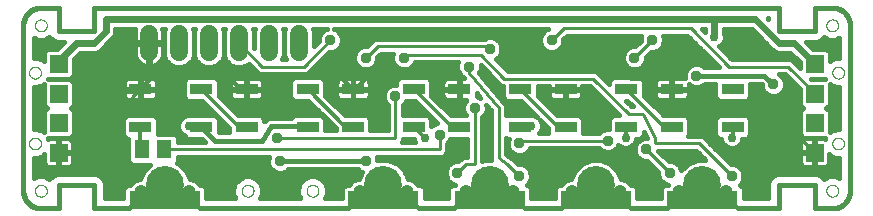
<source format=gtl>
G75*
%MOIN*%
%OFA0B0*%
%FSLAX25Y25*%
%IPPOS*%
%LPD*%
%AMOC8*
5,1,8,0,0,1.08239X$1,22.5*
%
%ADD10C,0.01600*%
%ADD11C,0.00000*%
%ADD12C,0.01200*%
%ADD13R,0.07600X0.03800*%
%ADD14C,0.04724*%
%ADD15C,0.12661*%
%ADD16R,0.23622X0.05906*%
%ADD17R,0.06000X0.06000*%
%ADD18R,0.05118X0.06299*%
%ADD19C,0.06000*%
%ADD20C,0.02969*%
%ADD21C,0.01000*%
%ADD22C,0.02400*%
%ADD23C,0.01500*%
%ADD24C,0.03200*%
%ADD25C,0.03750*%
D10*
X0049997Y0025656D02*
X0055902Y0025656D01*
X0055902Y0033530D01*
X0067713Y0033530D01*
X0067713Y0025656D01*
X0079524Y0025656D01*
X0077524Y0029256D02*
X0071313Y0029256D01*
X0071313Y0034246D01*
X0070765Y0035569D01*
X0069752Y0036582D01*
X0068429Y0037130D01*
X0055186Y0037130D01*
X0053863Y0036582D01*
X0052850Y0035569D01*
X0052816Y0035486D01*
X0052698Y0035604D01*
X0050945Y0036330D01*
X0049048Y0036330D01*
X0047691Y0035768D01*
X0047691Y0042541D01*
X0048977Y0042541D01*
X0050729Y0043267D01*
X0050902Y0043440D01*
X0050902Y0040370D01*
X0052074Y0039199D01*
X0059731Y0039199D01*
X0060902Y0040370D01*
X0060902Y0041699D01*
X0062435Y0041699D01*
X0063354Y0042080D01*
X0082794Y0061519D01*
X0087787Y0061519D01*
X0088958Y0062691D01*
X0088958Y0068148D01*
X0088775Y0068331D01*
X0097833Y0068331D01*
X0097649Y0068148D01*
X0097649Y0062691D01*
X0098821Y0061519D01*
X0103673Y0061519D01*
X0112791Y0052401D01*
X0112791Y0051043D01*
X0109249Y0051043D01*
X0109249Y0055549D01*
X0108078Y0056721D01*
X0098821Y0056721D01*
X0098799Y0056699D01*
X0098516Y0056699D01*
X0097236Y0056168D01*
X0096255Y0055188D01*
X0095725Y0053908D01*
X0095725Y0052522D01*
X0096255Y0051241D01*
X0097236Y0050261D01*
X0097655Y0050087D01*
X0098821Y0048921D01*
X0103551Y0048921D01*
X0104631Y0047841D01*
X0095697Y0047841D01*
X0095697Y0049319D01*
X0094526Y0050490D01*
X0088958Y0050490D01*
X0088958Y0055549D01*
X0087787Y0056721D01*
X0078530Y0056721D01*
X0077358Y0055549D01*
X0077358Y0050093D01*
X0078530Y0048921D01*
X0079099Y0048921D01*
X0079099Y0041363D01*
X0080271Y0040191D01*
X0086215Y0040191D01*
X0084273Y0038249D01*
X0083098Y0035412D01*
X0082594Y0035412D01*
X0080990Y0034747D01*
X0079804Y0033561D01*
X0078696Y0033561D01*
X0077524Y0032390D01*
X0077524Y0029256D01*
X0071313Y0029256D01*
X0071313Y0034246D01*
X0070765Y0035569D01*
X0069752Y0036582D01*
X0068429Y0037130D01*
X0055186Y0037130D01*
X0053863Y0036582D01*
X0052850Y0035569D01*
X0052816Y0035486D01*
X0052698Y0035604D01*
X0050945Y0036330D01*
X0049048Y0036330D01*
X0047691Y0035768D01*
X0047691Y0042541D01*
X0048977Y0042541D01*
X0050729Y0043267D01*
X0051102Y0043640D01*
X0051102Y0040962D01*
X0051225Y0040504D01*
X0051462Y0040094D01*
X0051797Y0039759D01*
X0052207Y0039522D01*
X0052665Y0039399D01*
X0055702Y0039399D01*
X0055702Y0043999D01*
X0056102Y0043999D01*
X0056102Y0039399D01*
X0059139Y0039399D01*
X0059597Y0039522D01*
X0060007Y0039759D01*
X0060343Y0040094D01*
X0060580Y0040504D01*
X0060702Y0040962D01*
X0060702Y0043999D01*
X0056102Y0043999D01*
X0056102Y0044399D01*
X0055702Y0044399D01*
X0055702Y0048999D01*
X0052665Y0048999D01*
X0052507Y0048957D01*
X0052407Y0049199D01*
X0059731Y0049199D01*
X0060902Y0050370D01*
X0060902Y0058027D01*
X0059888Y0059041D01*
X0060902Y0060056D01*
X0060902Y0067712D01*
X0059731Y0068884D01*
X0060902Y0070056D01*
X0060902Y0075343D01*
X0063133Y0077574D01*
X0068350Y0077574D01*
X0069526Y0078061D01*
X0073463Y0081998D01*
X0074363Y0082898D01*
X0074850Y0084074D01*
X0074850Y0085448D01*
X0081302Y0085448D01*
X0081020Y0084768D01*
X0081020Y0076779D01*
X0081782Y0074941D01*
X0083188Y0073535D01*
X0083420Y0073439D01*
X0083420Y0069359D01*
X0083381Y0069319D01*
X0078530Y0069319D01*
X0077436Y0068226D01*
X0076967Y0068226D01*
X0076280Y0068510D01*
X0074894Y0068510D01*
X0073614Y0067979D01*
X0072633Y0066999D01*
X0072103Y0065719D01*
X0072103Y0064333D01*
X0072633Y0063052D01*
X0073614Y0062072D01*
X0074894Y0061541D01*
X0075745Y0061541D01*
X0060902Y0046699D01*
X0060902Y0048027D01*
X0059731Y0049199D01*
X0060902Y0050370D01*
X0060902Y0058027D01*
X0059888Y0059041D01*
X0060902Y0060056D01*
X0060902Y0067712D01*
X0059731Y0068884D01*
X0052342Y0068884D01*
X0052342Y0068884D01*
X0059731Y0068884D01*
X0052342Y0068884D01*
X0052342Y0068884D01*
X0059731Y0068884D01*
X0060902Y0070056D01*
X0060902Y0075343D01*
X0063133Y0077574D01*
X0068350Y0077574D01*
X0069526Y0078061D01*
X0073463Y0081998D01*
X0074363Y0082898D01*
X0074850Y0084074D01*
X0074850Y0085448D01*
X0081517Y0085448D01*
X0081339Y0084898D01*
X0081220Y0084151D01*
X0081220Y0080974D01*
X0085820Y0080974D01*
X0085820Y0080574D01*
X0081220Y0080574D01*
X0081220Y0077396D01*
X0081339Y0076650D01*
X0081572Y0075931D01*
X0081915Y0075258D01*
X0082359Y0074647D01*
X0082893Y0074112D01*
X0083505Y0073668D01*
X0084178Y0073325D01*
X0084896Y0073092D01*
X0085643Y0072974D01*
X0085820Y0072974D01*
X0085820Y0080574D01*
X0086220Y0080574D01*
X0086220Y0072974D01*
X0086398Y0072974D01*
X0087144Y0073092D01*
X0087863Y0073325D01*
X0088536Y0073668D01*
X0089147Y0074112D01*
X0089682Y0074647D01*
X0090126Y0075258D01*
X0090469Y0075931D01*
X0090702Y0076650D01*
X0090820Y0077396D01*
X0090820Y0080574D01*
X0086220Y0080574D01*
X0086220Y0080974D01*
X0090820Y0080974D01*
X0090820Y0084151D01*
X0090702Y0084898D01*
X0090523Y0085448D01*
X0091302Y0085448D01*
X0091020Y0084768D01*
X0090739Y0085448D01*
X0091302Y0085448D01*
X0091020Y0084768D01*
X0091020Y0076779D01*
X0090259Y0074941D01*
X0088853Y0073535D01*
X0088844Y0073531D01*
X0093197Y0073531D01*
X0093188Y0073535D01*
X0091782Y0074941D01*
X0091020Y0076779D01*
X0091020Y0084768D01*
X0091020Y0076779D01*
X0091782Y0074941D01*
X0093188Y0073535D01*
X0095026Y0072774D01*
X0097015Y0072774D01*
X0098853Y0073535D01*
X0100259Y0074941D01*
X0101020Y0076779D01*
X0101020Y0084768D01*
X0100739Y0085448D01*
X0101302Y0085448D01*
X0101020Y0084768D01*
X0100739Y0085448D01*
X0101302Y0085448D01*
X0101020Y0084768D01*
X0101020Y0076779D01*
X0100259Y0074941D01*
X0098853Y0073535D01*
X0098844Y0073531D01*
X0103197Y0073531D01*
X0103188Y0073535D01*
X0101782Y0074941D01*
X0101020Y0076779D01*
X0101020Y0084768D01*
X0101020Y0076779D01*
X0101782Y0074941D01*
X0103188Y0073535D01*
X0105026Y0072774D01*
X0107015Y0072774D01*
X0108853Y0073535D01*
X0110259Y0074941D01*
X0111020Y0076779D01*
X0111020Y0084768D01*
X0110739Y0085448D01*
X0111302Y0085448D01*
X0111020Y0084768D01*
X0110739Y0085448D01*
X0111302Y0085448D01*
X0111020Y0084768D01*
X0111020Y0076779D01*
X0110259Y0074941D01*
X0108853Y0073535D01*
X0108844Y0073531D01*
X0111538Y0073531D01*
X0112493Y0073135D01*
X0113082Y0072547D01*
X0113506Y0072547D01*
X0120633Y0072547D01*
X0119249Y0073931D01*
X0118853Y0073535D01*
X0117015Y0072774D01*
X0115026Y0072774D01*
X0113188Y0073535D01*
X0111782Y0074941D01*
X0111020Y0076779D01*
X0111020Y0084768D01*
X0111020Y0076779D01*
X0111782Y0074941D01*
X0113188Y0073535D01*
X0115026Y0072774D01*
X0117015Y0072774D01*
X0118853Y0073535D01*
X0119249Y0073931D01*
X0122399Y0070780D01*
X0123318Y0070400D01*
X0138092Y0070400D01*
X0139011Y0070780D01*
X0139715Y0071484D01*
X0146114Y0077883D01*
X0147224Y0077883D01*
X0148648Y0078473D01*
X0149738Y0079563D01*
X0150328Y0080987D01*
X0150328Y0082529D01*
X0149738Y0083953D01*
X0148648Y0085043D01*
X0147671Y0085448D01*
X0219054Y0085448D01*
X0218077Y0085043D01*
X0216987Y0083953D01*
X0216397Y0082529D01*
X0216397Y0080987D01*
X0216987Y0079563D01*
X0218077Y0078473D01*
X0219502Y0077883D01*
X0221043Y0077883D01*
X0222467Y0078473D01*
X0223557Y0079563D01*
X0224147Y0080987D01*
X0224147Y0082097D01*
X0225245Y0083195D01*
X0250138Y0083195D01*
X0249862Y0082529D01*
X0249862Y0081418D01*
X0248171Y0079727D01*
X0247061Y0079727D01*
X0245636Y0079138D01*
X0244546Y0078047D01*
X0243956Y0076623D01*
X0243956Y0075082D01*
X0244232Y0074415D01*
X0244186Y0074415D01*
X0242905Y0073885D01*
X0241925Y0072905D01*
X0241394Y0071624D01*
X0241394Y0070238D01*
X0241775Y0069319D01*
X0240553Y0069319D01*
X0239382Y0068148D01*
X0239382Y0067168D01*
X0235468Y0071082D01*
X0234549Y0071463D01*
X0233555Y0071463D01*
X0205560Y0071463D01*
X0201589Y0075434D01*
X0201798Y0075520D01*
X0202888Y0076610D01*
X0203478Y0078034D01*
X0203478Y0079576D01*
X0202888Y0081000D01*
X0201798Y0082090D01*
X0200374Y0082680D01*
X0198832Y0082680D01*
X0197889Y0082289D01*
X0161704Y0082289D01*
X0160785Y0081909D01*
X0160082Y0081206D01*
X0158604Y0079727D01*
X0157494Y0079727D01*
X0156069Y0079138D01*
X0154979Y0078047D01*
X0154389Y0076623D01*
X0154389Y0075082D01*
X0154979Y0073657D01*
X0156069Y0072567D01*
X0157494Y0071977D01*
X0157602Y0071977D01*
X0154944Y0069319D01*
X0153711Y0069319D01*
X0150879Y0072151D01*
X0149923Y0072547D01*
X0140778Y0072547D01*
X0146114Y0077883D01*
X0147224Y0077883D01*
X0148648Y0078473D01*
X0149738Y0079563D01*
X0150328Y0080987D01*
X0150328Y0082529D01*
X0149738Y0083953D01*
X0148648Y0085043D01*
X0147671Y0085448D01*
X0219054Y0085448D01*
X0218077Y0085043D01*
X0216987Y0083953D01*
X0216397Y0082529D01*
X0216397Y0080987D01*
X0216987Y0079563D01*
X0218077Y0078473D01*
X0219502Y0077883D01*
X0221043Y0077883D01*
X0222467Y0078473D01*
X0223557Y0079563D01*
X0224147Y0080987D01*
X0224147Y0082097D01*
X0225245Y0083195D01*
X0250138Y0083195D01*
X0249862Y0082529D01*
X0249862Y0081419D01*
X0248171Y0079727D01*
X0247061Y0079727D01*
X0245636Y0079138D01*
X0244546Y0078047D01*
X0243956Y0076623D01*
X0243956Y0075082D01*
X0244546Y0073657D01*
X0245636Y0072567D01*
X0247061Y0071977D01*
X0248602Y0071977D01*
X0250026Y0072567D01*
X0251116Y0073657D01*
X0251706Y0075082D01*
X0251706Y0076192D01*
X0253397Y0077883D01*
X0254508Y0077883D01*
X0255932Y0078473D01*
X0257022Y0079563D01*
X0257612Y0080987D01*
X0257612Y0082529D01*
X0257336Y0083195D01*
X0265497Y0083195D01*
X0275995Y0072697D01*
X0271231Y0072697D01*
X0270696Y0073232D01*
X0269271Y0073822D01*
X0267730Y0073822D01*
X0266306Y0073232D01*
X0265216Y0072142D01*
X0264626Y0070718D01*
X0264626Y0069319D01*
X0255695Y0069319D01*
X0254829Y0068453D01*
X0252904Y0070379D01*
X0252200Y0071082D01*
X0251281Y0071463D01*
X0248363Y0071463D01*
X0248363Y0071624D01*
X0248217Y0071977D01*
X0248602Y0071977D01*
X0250026Y0072567D01*
X0251116Y0073657D01*
X0251706Y0075082D01*
X0251706Y0076192D01*
X0253397Y0077883D01*
X0254508Y0077883D01*
X0255932Y0078473D01*
X0257022Y0079563D01*
X0257612Y0080987D01*
X0257612Y0082529D01*
X0257336Y0083195D01*
X0265497Y0083195D01*
X0275995Y0072697D01*
X0271231Y0072697D01*
X0270696Y0073232D01*
X0269271Y0073822D01*
X0267730Y0073822D01*
X0266306Y0073232D01*
X0265216Y0072142D01*
X0264626Y0070718D01*
X0264626Y0069176D01*
X0264685Y0069032D01*
X0264360Y0069119D01*
X0260473Y0069119D01*
X0260473Y0065569D01*
X0260173Y0065569D01*
X0260173Y0065269D01*
X0254723Y0065269D01*
X0254723Y0063282D01*
X0254846Y0062825D01*
X0255083Y0062414D01*
X0255418Y0062079D01*
X0255829Y0061842D01*
X0256287Y0061719D01*
X0260173Y0061719D01*
X0260173Y0065269D01*
X0260473Y0065269D01*
X0260473Y0061719D01*
X0264360Y0061719D01*
X0264818Y0061842D01*
X0265229Y0062079D01*
X0265564Y0062414D01*
X0265801Y0062825D01*
X0265923Y0063282D01*
X0265923Y0065269D01*
X0260474Y0065269D01*
X0260474Y0065569D01*
X0265923Y0065569D01*
X0265923Y0067044D01*
X0266306Y0066662D01*
X0267730Y0066072D01*
X0269271Y0066072D01*
X0270696Y0066662D01*
X0271231Y0067197D01*
X0274815Y0067197D01*
X0274815Y0063689D01*
X0274045Y0063689D01*
X0273849Y0064080D01*
X0273953Y0064333D01*
X0273953Y0065719D01*
X0273423Y0066999D01*
X0273225Y0067197D01*
X0274815Y0067197D01*
X0274815Y0062691D01*
X0275986Y0061519D01*
X0285243Y0061519D01*
X0286415Y0062691D01*
X0286415Y0067197D01*
X0289999Y0067197D01*
X0290216Y0066980D01*
X0290216Y0066223D01*
X0290806Y0064799D01*
X0291896Y0063709D01*
X0293320Y0063119D01*
X0294862Y0063119D01*
X0296286Y0063709D01*
X0297376Y0064799D01*
X0297966Y0066223D01*
X0297966Y0067765D01*
X0297376Y0069189D01*
X0296286Y0070279D01*
X0295995Y0070400D01*
X0297977Y0070400D01*
X0302871Y0065506D01*
X0302871Y0060056D01*
X0303885Y0059041D01*
X0302871Y0058027D01*
X0302871Y0052876D01*
X0293185Y0062561D01*
X0293185Y0062561D01*
X0292454Y0063293D01*
X0291498Y0063689D01*
X0286415Y0063689D01*
X0286415Y0067197D01*
X0289999Y0067197D01*
X0290216Y0066980D01*
X0290216Y0066223D01*
X0290806Y0064799D01*
X0291896Y0063709D01*
X0293320Y0063119D01*
X0294862Y0063119D01*
X0296286Y0063709D01*
X0297376Y0064799D01*
X0297966Y0066223D01*
X0297966Y0067765D01*
X0297376Y0069189D01*
X0296286Y0070279D01*
X0295995Y0070400D01*
X0297977Y0070400D01*
X0302871Y0065506D01*
X0302871Y0060056D01*
X0303885Y0059041D01*
X0302871Y0058027D01*
X0302871Y0050370D01*
X0304042Y0049199D01*
X0311366Y0049199D01*
X0306548Y0049199D01*
X0311366Y0049199D01*
X0311366Y0049199D01*
X0311266Y0048957D01*
X0311108Y0048999D01*
X0308071Y0048999D01*
X0308071Y0044399D01*
X0307671Y0044399D01*
X0307671Y0048999D01*
X0304634Y0048999D01*
X0304176Y0048876D01*
X0303766Y0048639D01*
X0303430Y0048304D01*
X0303193Y0047894D01*
X0303071Y0047436D01*
X0303071Y0044399D01*
X0307671Y0044399D01*
X0307671Y0043999D01*
X0308071Y0043999D01*
X0308071Y0039399D01*
X0311108Y0039399D01*
X0311566Y0039522D01*
X0311976Y0039759D01*
X0312311Y0040094D01*
X0312548Y0040504D01*
X0312671Y0040962D01*
X0312671Y0043640D01*
X0313044Y0043267D01*
X0314796Y0042541D01*
X0316082Y0042541D01*
X0316082Y0035768D01*
X0314725Y0036330D01*
X0312828Y0036330D01*
X0311075Y0035604D01*
X0310957Y0035486D01*
X0310923Y0035569D01*
X0309910Y0036582D01*
X0308587Y0037130D01*
X0295344Y0037130D01*
X0294020Y0036582D01*
X0295344Y0037130D01*
X0308587Y0037130D01*
X0309910Y0036582D01*
X0310923Y0035569D01*
X0310957Y0035486D01*
X0311075Y0035604D01*
X0312828Y0036330D01*
X0314725Y0036330D01*
X0316082Y0035768D01*
X0316082Y0042541D01*
X0314796Y0042541D01*
X0313044Y0043267D01*
X0312871Y0043440D01*
X0312871Y0040370D01*
X0311699Y0039199D01*
X0304042Y0039199D01*
X0302871Y0040370D01*
X0302871Y0045522D01*
X0289904Y0058489D01*
X0272530Y0058489D01*
X0272106Y0058459D01*
X0272016Y0058489D01*
X0271920Y0058489D01*
X0271528Y0058651D01*
X0271125Y0058786D01*
X0271053Y0058848D01*
X0270965Y0058885D01*
X0270665Y0059185D01*
X0270343Y0059463D01*
X0270301Y0059549D01*
X0270233Y0059616D01*
X0270071Y0060008D01*
X0269181Y0061788D01*
X0268495Y0062072D01*
X0268051Y0062517D01*
X0266027Y0062595D01*
X0264952Y0061519D01*
X0255695Y0061519D01*
X0254523Y0062691D01*
X0254523Y0062919D01*
X0253830Y0062919D01*
X0252911Y0063300D01*
X0250982Y0065230D01*
X0250982Y0063296D01*
X0257557Y0056721D01*
X0264952Y0056721D01*
X0266123Y0055549D01*
X0266123Y0050093D01*
X0265840Y0049809D01*
X0269982Y0049809D01*
X0270901Y0049429D01*
X0279972Y0040357D01*
X0281082Y0040357D01*
X0282507Y0039767D01*
X0283597Y0038677D01*
X0284187Y0037253D01*
X0284187Y0035712D01*
X0283597Y0034287D01*
X0282870Y0033561D01*
X0283109Y0033561D01*
X0284280Y0032390D01*
X0284280Y0029256D01*
X0292460Y0029256D01*
X0292460Y0034246D01*
X0293008Y0035569D01*
X0294020Y0036582D01*
X0293008Y0035569D01*
X0292460Y0034246D01*
X0292460Y0029256D01*
X0284280Y0029256D01*
X0284280Y0032390D01*
X0283109Y0033561D01*
X0282870Y0033561D01*
X0283597Y0034287D01*
X0284187Y0035712D01*
X0284187Y0037253D01*
X0283597Y0038677D01*
X0282507Y0039767D01*
X0281082Y0040357D01*
X0279972Y0040357D01*
X0270901Y0049429D01*
X0269982Y0049809D01*
X0265840Y0049809D01*
X0266123Y0050093D01*
X0266123Y0055549D01*
X0264952Y0056721D01*
X0257557Y0056721D01*
X0250982Y0063296D01*
X0250982Y0068148D01*
X0249810Y0069319D01*
X0240553Y0069319D01*
X0239382Y0068148D01*
X0239382Y0067168D01*
X0235468Y0071082D01*
X0234549Y0071463D01*
X0205560Y0071463D01*
X0201589Y0075434D01*
X0201798Y0075520D01*
X0202888Y0076610D01*
X0203478Y0078034D01*
X0203478Y0079576D01*
X0202888Y0081000D01*
X0201798Y0082090D01*
X0200374Y0082680D01*
X0198832Y0082680D01*
X0197889Y0082289D01*
X0161704Y0082289D01*
X0160785Y0081909D01*
X0160082Y0081206D01*
X0158604Y0079727D01*
X0157494Y0079727D01*
X0156069Y0079138D01*
X0154979Y0078047D01*
X0154389Y0076623D01*
X0154389Y0075082D01*
X0154979Y0073657D01*
X0156069Y0072567D01*
X0157494Y0071977D01*
X0159035Y0071977D01*
X0160459Y0072567D01*
X0161549Y0073657D01*
X0162139Y0075082D01*
X0162139Y0076192D01*
X0163237Y0077289D01*
X0167461Y0077289D01*
X0167185Y0076623D01*
X0167185Y0075082D01*
X0167775Y0073657D01*
X0168865Y0072567D01*
X0168914Y0072547D01*
X0166231Y0072547D01*
X0165686Y0073092D01*
X0165686Y0073593D01*
X0165155Y0074873D01*
X0164175Y0075854D01*
X0162895Y0076384D01*
X0162331Y0076384D01*
X0163237Y0077289D01*
X0167461Y0077289D01*
X0167185Y0076623D01*
X0167185Y0075082D01*
X0167775Y0073657D01*
X0168865Y0072567D01*
X0170289Y0071977D01*
X0171830Y0071977D01*
X0173255Y0072567D01*
X0174345Y0073657D01*
X0174626Y0074337D01*
X0189114Y0074337D01*
X0188838Y0073670D01*
X0188838Y0072547D01*
X0173205Y0072547D01*
X0173255Y0072567D01*
X0174345Y0073657D01*
X0174626Y0074337D01*
X0189114Y0074337D01*
X0188838Y0073670D01*
X0188838Y0072129D01*
X0189428Y0070705D01*
X0190518Y0069615D01*
X0190560Y0069597D01*
X0190594Y0069515D01*
X0190865Y0069244D01*
X0190969Y0069119D01*
X0189607Y0069119D01*
X0189607Y0065569D01*
X0189307Y0065569D01*
X0189307Y0065269D01*
X0189607Y0065269D01*
X0189607Y0061719D01*
X0191801Y0061719D01*
X0191397Y0061315D01*
X0190807Y0059891D01*
X0190807Y0058349D01*
X0191397Y0056925D01*
X0191601Y0056721D01*
X0186691Y0056721D01*
X0180116Y0063296D01*
X0180116Y0067347D01*
X0183657Y0067347D01*
X0183657Y0062691D01*
X0184829Y0061519D01*
X0191601Y0061519D01*
X0191397Y0061315D01*
X0190807Y0059891D01*
X0190807Y0058349D01*
X0191397Y0056925D01*
X0191601Y0056721D01*
X0186691Y0056721D01*
X0180116Y0063296D01*
X0180116Y0068148D01*
X0178944Y0069319D01*
X0169687Y0069319D01*
X0168516Y0068148D01*
X0168516Y0066932D01*
X0167336Y0066932D01*
X0165912Y0066342D01*
X0164822Y0065252D01*
X0164232Y0063828D01*
X0164232Y0062286D01*
X0164822Y0060862D01*
X0165607Y0060077D01*
X0165607Y0051778D01*
X0159824Y0051778D01*
X0159824Y0053667D01*
X0160926Y0053667D01*
X0162207Y0054198D01*
X0163187Y0055178D01*
X0163717Y0056459D01*
X0163717Y0057845D01*
X0163187Y0059125D01*
X0162207Y0060105D01*
X0160926Y0060636D01*
X0159564Y0060636D01*
X0158270Y0061519D01*
X0158653Y0061519D01*
X0159824Y0062691D01*
X0159824Y0066846D01*
X0162201Y0069223D01*
X0162950Y0068474D01*
X0163681Y0067743D01*
X0164637Y0067347D01*
X0168516Y0067347D01*
X0168516Y0066932D01*
X0167336Y0066932D01*
X0165912Y0066342D01*
X0164822Y0065252D01*
X0164232Y0063828D01*
X0164232Y0062286D01*
X0164822Y0060862D01*
X0165607Y0060077D01*
X0165607Y0051778D01*
X0159824Y0051778D01*
X0159824Y0055549D01*
X0158653Y0056721D01*
X0151258Y0056721D01*
X0144683Y0063296D01*
X0144683Y0067347D01*
X0148224Y0067347D01*
X0148224Y0062691D01*
X0149396Y0061519D01*
X0151497Y0061519D01*
X0151475Y0061418D01*
X0151524Y0061158D01*
X0151524Y0060895D01*
X0151615Y0060674D01*
X0151660Y0060440D01*
X0151804Y0060219D01*
X0151905Y0059976D01*
X0152073Y0059807D01*
X0152204Y0059608D01*
X0152422Y0059459D01*
X0152608Y0059272D01*
X0152828Y0059181D01*
X0156431Y0056721D01*
X0151258Y0056721D01*
X0144683Y0063296D01*
X0144683Y0068148D01*
X0143511Y0069319D01*
X0134254Y0069319D01*
X0133083Y0068148D01*
X0133083Y0062691D01*
X0134254Y0061519D01*
X0139106Y0061519D01*
X0148224Y0052401D01*
X0148224Y0051778D01*
X0144683Y0051778D01*
X0144683Y0055549D01*
X0143511Y0056721D01*
X0134254Y0056721D01*
X0133498Y0055965D01*
X0126972Y0055965D01*
X0126632Y0056015D01*
X0126430Y0055965D01*
X0126221Y0055965D01*
X0125904Y0055833D01*
X0125571Y0055750D01*
X0125403Y0055626D01*
X0125211Y0055546D01*
X0124968Y0055303D01*
X0124692Y0055099D01*
X0124584Y0054920D01*
X0124437Y0054772D01*
X0124391Y0054662D01*
X0124391Y0055549D01*
X0123220Y0056721D01*
X0115825Y0056721D01*
X0109249Y0063296D01*
X0109249Y0068148D01*
X0109066Y0068331D01*
X0109943Y0068331D01*
X0111024Y0067251D01*
X0112791Y0065483D01*
X0112791Y0062691D01*
X0113963Y0061519D01*
X0123220Y0061519D01*
X0124391Y0062691D01*
X0124391Y0067347D01*
X0133083Y0067347D01*
X0133083Y0062691D01*
X0134254Y0061519D01*
X0139106Y0061519D01*
X0148224Y0052401D01*
X0148224Y0051778D01*
X0144683Y0051778D01*
X0144683Y0055549D01*
X0143511Y0056721D01*
X0134254Y0056721D01*
X0133498Y0055965D01*
X0126972Y0055965D01*
X0126632Y0056015D01*
X0126430Y0055965D01*
X0126221Y0055965D01*
X0125904Y0055833D01*
X0125571Y0055750D01*
X0125403Y0055626D01*
X0125211Y0055546D01*
X0124968Y0055303D01*
X0124692Y0055099D01*
X0124584Y0054920D01*
X0124437Y0054772D01*
X0124391Y0054662D01*
X0124391Y0055549D01*
X0123220Y0056721D01*
X0115825Y0056721D01*
X0109249Y0063296D01*
X0109249Y0068148D01*
X0108078Y0069319D01*
X0098821Y0069319D01*
X0097649Y0068148D01*
X0097649Y0062691D01*
X0098821Y0061519D01*
X0103673Y0061519D01*
X0112791Y0052401D01*
X0112791Y0051043D01*
X0109249Y0051043D01*
X0109249Y0055549D01*
X0108078Y0056721D01*
X0098821Y0056721D01*
X0098799Y0056699D01*
X0098516Y0056699D01*
X0097236Y0056168D01*
X0096255Y0055188D01*
X0095725Y0053908D01*
X0095725Y0052522D01*
X0096255Y0051241D01*
X0097236Y0050261D01*
X0097655Y0050087D01*
X0098821Y0048921D01*
X0103551Y0048921D01*
X0104631Y0047841D01*
X0095697Y0047841D01*
X0095697Y0049319D01*
X0094526Y0050490D01*
X0088958Y0050490D01*
X0088958Y0055549D01*
X0087787Y0056721D01*
X0078530Y0056721D01*
X0077358Y0055549D01*
X0077358Y0050093D01*
X0078530Y0048921D01*
X0079099Y0048921D01*
X0079099Y0041363D01*
X0080271Y0040191D01*
X0086215Y0040191D01*
X0084273Y0038249D01*
X0083098Y0035412D01*
X0082594Y0035412D01*
X0080990Y0034747D01*
X0079804Y0033561D01*
X0078696Y0033561D01*
X0077524Y0032390D01*
X0077524Y0029256D01*
X0077524Y0029593D02*
X0071313Y0029593D01*
X0077524Y0029593D01*
X0077524Y0031191D02*
X0071313Y0031191D01*
X0077524Y0031191D01*
X0077924Y0032790D02*
X0071313Y0032790D01*
X0077924Y0032790D01*
X0080631Y0034388D02*
X0071254Y0034388D01*
X0080631Y0034388D01*
X0083336Y0035987D02*
X0070347Y0035987D01*
X0083336Y0035987D01*
X0083998Y0037585D02*
X0047691Y0037585D01*
X0083998Y0037585D01*
X0085208Y0039184D02*
X0047691Y0039184D01*
X0085208Y0039184D01*
X0079679Y0040782D02*
X0060902Y0040782D01*
X0060654Y0040782D02*
X0079679Y0040782D01*
X0079099Y0042381D02*
X0063655Y0042381D01*
X0065253Y0043979D02*
X0079099Y0043979D01*
X0060702Y0043979D01*
X0060702Y0044399D02*
X0056102Y0044399D01*
X0056102Y0048999D01*
X0059139Y0048999D01*
X0059597Y0048876D01*
X0060007Y0048639D01*
X0060343Y0048304D01*
X0060580Y0047894D01*
X0060702Y0047436D01*
X0060702Y0044399D01*
X0060702Y0045578D02*
X0079099Y0045578D01*
X0066852Y0045578D01*
X0068451Y0047176D02*
X0079099Y0047176D01*
X0060702Y0047176D01*
X0060902Y0047176D02*
X0061379Y0047176D01*
X0060155Y0048775D02*
X0062978Y0048775D01*
X0059773Y0048775D02*
X0079099Y0048775D01*
X0070049Y0048775D01*
X0071648Y0050373D02*
X0077358Y0050373D01*
X0060902Y0050373D01*
X0064576Y0050373D01*
X0066175Y0051972D02*
X0060902Y0051972D01*
X0077358Y0051972D01*
X0073246Y0051972D01*
X0074845Y0053570D02*
X0077358Y0053570D01*
X0060902Y0053570D01*
X0067774Y0053570D01*
X0069372Y0055169D02*
X0060902Y0055169D01*
X0077358Y0055169D01*
X0076443Y0055169D01*
X0078042Y0056767D02*
X0108425Y0056767D01*
X0060902Y0056767D01*
X0070971Y0056767D01*
X0072569Y0058366D02*
X0060564Y0058366D01*
X0106826Y0058366D01*
X0079640Y0058366D01*
X0081239Y0059964D02*
X0105228Y0059964D01*
X0060811Y0059964D01*
X0074168Y0059964D01*
X0074843Y0061563D02*
X0060902Y0061563D01*
X0098778Y0061563D01*
X0087830Y0061563D01*
X0087653Y0061842D02*
X0088063Y0062079D01*
X0088398Y0062414D01*
X0088635Y0062825D01*
X0088758Y0063282D01*
X0088758Y0065269D01*
X0083308Y0065269D01*
X0083308Y0061719D01*
X0087195Y0061719D01*
X0087653Y0061842D01*
X0088726Y0063161D02*
X0097649Y0063161D01*
X0088958Y0063161D01*
X0088958Y0064760D02*
X0097649Y0064760D01*
X0088758Y0064760D01*
X0088758Y0065569D02*
X0088758Y0067556D01*
X0088635Y0068014D01*
X0088398Y0068425D01*
X0088063Y0068760D01*
X0087653Y0068997D01*
X0087195Y0069119D01*
X0083308Y0069119D01*
X0083308Y0065569D01*
X0088758Y0065569D01*
X0088758Y0066358D02*
X0097649Y0066358D01*
X0088958Y0066358D01*
X0088958Y0067957D02*
X0097649Y0067957D01*
X0088651Y0067957D01*
X0083308Y0067957D02*
X0083008Y0067957D01*
X0083008Y0069119D02*
X0079121Y0069119D01*
X0078663Y0068997D01*
X0078253Y0068760D01*
X0077918Y0068425D01*
X0077681Y0068014D01*
X0077558Y0067556D01*
X0077558Y0065569D01*
X0083008Y0065569D01*
X0083008Y0065269D01*
X0083308Y0065269D01*
X0083308Y0065569D01*
X0083008Y0065569D01*
X0083008Y0069119D01*
X0083420Y0069555D02*
X0060402Y0069555D01*
X0190577Y0069555D01*
X0189307Y0069119D02*
X0185420Y0069119D01*
X0184963Y0068997D01*
X0184552Y0068760D01*
X0184217Y0068425D01*
X0183980Y0068014D01*
X0183857Y0067556D01*
X0183857Y0065569D01*
X0189307Y0065569D01*
X0189307Y0069119D01*
X0189307Y0067957D02*
X0189607Y0067957D01*
X0189607Y0066358D02*
X0189307Y0066358D01*
X0189307Y0065269D02*
X0183857Y0065269D01*
X0183857Y0063282D01*
X0183980Y0062825D01*
X0184217Y0062414D01*
X0184552Y0062079D01*
X0184963Y0061842D01*
X0185420Y0061719D01*
X0189307Y0061719D01*
X0189307Y0065269D01*
X0189307Y0064760D02*
X0189607Y0064760D01*
X0189607Y0063161D02*
X0189307Y0063161D01*
X0191644Y0061563D02*
X0181849Y0061563D01*
X0184785Y0061563D01*
X0183890Y0063161D02*
X0180251Y0063161D01*
X0183657Y0063161D01*
X0183657Y0064760D02*
X0180116Y0064760D01*
X0183857Y0064760D01*
X0183857Y0066358D02*
X0180116Y0066358D01*
X0183657Y0066358D01*
X0183965Y0067957D02*
X0180116Y0067957D01*
X0173440Y0072752D02*
X0188838Y0072752D01*
X0173440Y0072752D01*
X0168680Y0072752D02*
X0166026Y0072752D01*
X0165372Y0074351D02*
X0167487Y0074351D01*
X0161837Y0074351D01*
X0162139Y0075949D02*
X0167185Y0075949D01*
X0163943Y0075949D01*
X0160644Y0072752D02*
X0168680Y0072752D01*
X0168516Y0067957D02*
X0159517Y0067957D01*
X0159502Y0068014D02*
X0159265Y0068425D01*
X0158929Y0068760D01*
X0158519Y0068997D01*
X0158061Y0069119D01*
X0154174Y0069119D01*
X0154174Y0065569D01*
X0159624Y0065569D01*
X0159624Y0067556D01*
X0159502Y0068014D01*
X0160936Y0067957D02*
X0163467Y0067957D01*
X0165951Y0066358D02*
X0159824Y0066358D01*
X0159624Y0066358D02*
X0165951Y0066358D01*
X0164618Y0064760D02*
X0159824Y0064760D01*
X0159624Y0064760D02*
X0164618Y0064760D01*
X0164232Y0063161D02*
X0159824Y0063161D01*
X0159592Y0063161D02*
X0164232Y0063161D01*
X0164532Y0061563D02*
X0158696Y0061563D01*
X0158519Y0061842D02*
X0158929Y0062079D01*
X0159265Y0062414D01*
X0159502Y0062825D01*
X0159624Y0063282D01*
X0159624Y0065269D01*
X0154174Y0065269D01*
X0154174Y0061719D01*
X0158061Y0061719D01*
X0158519Y0061842D01*
X0162348Y0059964D02*
X0165607Y0059964D01*
X0148015Y0059964D01*
X0151916Y0059964D01*
X0149987Y0061719D02*
X0153874Y0061719D01*
X0153874Y0065269D01*
X0154174Y0065269D01*
X0154174Y0065569D01*
X0153874Y0065569D01*
X0153874Y0065269D01*
X0148424Y0065269D01*
X0148424Y0063282D01*
X0148547Y0062825D01*
X0148784Y0062414D01*
X0149119Y0062079D01*
X0149529Y0061842D01*
X0149987Y0061719D01*
X0149352Y0061563D02*
X0146416Y0061563D01*
X0164532Y0061563D01*
X0170607Y0060077D02*
X0171392Y0060862D01*
X0171664Y0061519D01*
X0174539Y0061519D01*
X0181974Y0054085D01*
X0180676Y0053547D01*
X0180116Y0052987D01*
X0180116Y0055549D01*
X0178944Y0056721D01*
X0170607Y0056721D01*
X0170607Y0060077D01*
X0170607Y0059964D02*
X0176094Y0059964D01*
X0177692Y0058366D02*
X0170607Y0058366D01*
X0170607Y0056767D02*
X0179291Y0056767D01*
X0180116Y0055169D02*
X0180889Y0055169D01*
X0180732Y0053570D02*
X0180116Y0053570D01*
X0186645Y0056767D02*
X0191555Y0056767D01*
X0186645Y0056767D01*
X0185046Y0058366D02*
X0190807Y0058366D01*
X0185046Y0058366D01*
X0183448Y0059964D02*
X0190837Y0059964D01*
X0183448Y0059964D01*
X0195257Y0062995D02*
X0195257Y0063973D01*
X0196399Y0062603D01*
X0195453Y0062995D01*
X0195257Y0062995D01*
X0195257Y0063161D02*
X0195934Y0063161D01*
X0198455Y0060135D02*
X0200056Y0058215D01*
X0200056Y0042633D01*
X0200007Y0042385D01*
X0200056Y0042140D01*
X0200056Y0041891D01*
X0200068Y0041860D01*
X0197946Y0041860D01*
X0197182Y0041544D01*
X0197182Y0056140D01*
X0197967Y0056925D01*
X0198557Y0058349D01*
X0198557Y0059891D01*
X0198455Y0060135D01*
X0198526Y0059964D02*
X0198598Y0059964D01*
X0198557Y0058366D02*
X0199930Y0058366D01*
X0200056Y0056767D02*
X0197809Y0056767D01*
X0197182Y0055169D02*
X0200056Y0055169D01*
X0200056Y0053570D02*
X0197182Y0053570D01*
X0197182Y0051972D02*
X0200056Y0051972D01*
X0200056Y0050373D02*
X0197182Y0050373D01*
X0197182Y0048775D02*
X0200056Y0048775D01*
X0200056Y0047176D02*
X0197182Y0047176D01*
X0197182Y0045578D02*
X0200056Y0045578D01*
X0200056Y0043979D02*
X0197182Y0043979D01*
X0197182Y0042381D02*
X0200008Y0042381D01*
X0205056Y0043726D02*
X0205056Y0048985D01*
X0205120Y0048921D01*
X0205919Y0048921D01*
X0205571Y0048080D01*
X0205571Y0046538D01*
X0206160Y0045114D01*
X0207251Y0044024D01*
X0208675Y0043434D01*
X0210216Y0043434D01*
X0211641Y0044024D01*
X0212731Y0045114D01*
X0213012Y0045793D01*
X0235993Y0045793D01*
X0236778Y0045008D01*
X0238202Y0044418D01*
X0239744Y0044418D01*
X0241168Y0045008D01*
X0242258Y0046098D01*
X0242514Y0046715D01*
X0242905Y0046324D01*
X0244186Y0045793D01*
X0245572Y0045793D01*
X0246852Y0046324D01*
X0247832Y0047304D01*
X0248363Y0048585D01*
X0248363Y0048921D01*
X0249810Y0048921D01*
X0250982Y0050093D01*
X0250982Y0051166D01*
X0251957Y0049216D01*
X0250998Y0049216D01*
X0249573Y0048626D01*
X0248483Y0047536D01*
X0247893Y0046111D01*
X0247893Y0044570D01*
X0248483Y0043146D01*
X0249573Y0042056D01*
X0250998Y0041466D01*
X0252108Y0041466D01*
X0255767Y0037806D01*
X0255767Y0036696D01*
X0256357Y0035272D01*
X0257447Y0034182D01*
X0258872Y0033592D01*
X0258968Y0033592D01*
X0258938Y0033561D01*
X0257830Y0033561D01*
X0256658Y0032390D01*
X0256658Y0029256D01*
X0248847Y0029256D01*
X0248847Y0032390D01*
X0247676Y0033561D01*
X0246567Y0033561D01*
X0245381Y0034747D01*
X0243778Y0035412D01*
X0243274Y0035412D01*
X0242099Y0038249D01*
X0239755Y0040592D01*
X0236693Y0041860D01*
X0233379Y0041860D01*
X0230317Y0040592D01*
X0227974Y0038249D01*
X0226798Y0035412D01*
X0226294Y0035412D01*
X0224691Y0034747D01*
X0223505Y0033561D01*
X0222397Y0033561D01*
X0221225Y0032390D01*
X0221225Y0029256D01*
X0213414Y0029256D01*
X0213414Y0032390D01*
X0212242Y0033561D01*
X0212004Y0033561D01*
X0212731Y0034287D01*
X0213321Y0035712D01*
X0213321Y0037253D01*
X0212731Y0038677D01*
X0211641Y0039767D01*
X0210216Y0040357D01*
X0209106Y0040357D01*
X0207449Y0042014D01*
X0207309Y0042224D01*
X0207101Y0042362D01*
X0206925Y0042539D01*
X0206691Y0042635D01*
X0205056Y0043726D01*
X0205056Y0043979D02*
X0207359Y0043979D01*
X0207083Y0042381D02*
X0249248Y0042381D01*
X0248138Y0043979D02*
X0211532Y0043979D01*
X0212923Y0045578D02*
X0236209Y0045578D01*
X0241737Y0045578D02*
X0247893Y0045578D01*
X0247705Y0047176D02*
X0248334Y0047176D01*
X0248363Y0048775D02*
X0249933Y0048775D01*
X0250982Y0050373D02*
X0251378Y0050373D01*
X0255835Y0044809D02*
X0268449Y0044809D01*
X0271398Y0041860D01*
X0268812Y0041860D01*
X0265750Y0040592D01*
X0263482Y0038324D01*
X0262927Y0039662D01*
X0261837Y0040752D01*
X0260413Y0041342D01*
X0259303Y0041342D01*
X0255835Y0044809D01*
X0256665Y0043979D02*
X0269279Y0043979D01*
X0270878Y0042381D02*
X0258264Y0042381D01*
X0261764Y0040782D02*
X0266209Y0040782D01*
X0264342Y0039184D02*
X0263125Y0039184D01*
X0255767Y0037585D02*
X0242373Y0037585D01*
X0243035Y0035987D02*
X0256061Y0035987D01*
X0257241Y0034388D02*
X0245740Y0034388D01*
X0248447Y0032790D02*
X0257058Y0032790D01*
X0256658Y0031191D02*
X0248847Y0031191D01*
X0248847Y0029593D02*
X0256658Y0029593D01*
X0258658Y0025656D02*
X0246847Y0025656D01*
X0227037Y0035987D02*
X0213321Y0035987D01*
X0213183Y0037585D02*
X0227699Y0037585D01*
X0228909Y0039184D02*
X0212224Y0039184D01*
X0208681Y0040782D02*
X0230776Y0040782D01*
X0239296Y0040782D02*
X0252791Y0040782D01*
X0254390Y0039184D02*
X0241163Y0039184D01*
X0224332Y0034388D02*
X0212772Y0034388D01*
X0213014Y0032790D02*
X0221625Y0032790D01*
X0221225Y0031191D02*
X0213414Y0031191D01*
X0213414Y0029593D02*
X0221225Y0029593D01*
X0223225Y0025656D02*
X0211414Y0025656D01*
X0187792Y0025656D02*
X0175981Y0025656D01*
X0177981Y0029256D02*
X0177981Y0032390D01*
X0176809Y0033561D01*
X0175701Y0033561D01*
X0174515Y0034747D01*
X0172912Y0035412D01*
X0172408Y0035412D01*
X0171232Y0038249D01*
X0168889Y0040592D01*
X0165827Y0041860D01*
X0162513Y0041860D01*
X0162139Y0041706D01*
X0162139Y0042174D01*
X0161863Y0042841D01*
X0183368Y0042841D01*
X0184287Y0043221D01*
X0184990Y0043925D01*
X0185371Y0044843D01*
X0185371Y0047282D01*
X0186156Y0048067D01*
X0186510Y0048921D01*
X0192182Y0048921D01*
X0192182Y0042919D01*
X0191232Y0042919D01*
X0190313Y0042539D01*
X0189116Y0041342D01*
X0188005Y0041342D01*
X0186581Y0040752D01*
X0185491Y0039662D01*
X0184901Y0038237D01*
X0184901Y0036696D01*
X0185491Y0035272D01*
X0186581Y0034182D01*
X0188005Y0033592D01*
X0188102Y0033592D01*
X0188072Y0033561D01*
X0186964Y0033561D01*
X0185792Y0032390D01*
X0185792Y0029256D01*
X0177981Y0029256D01*
X0177981Y0029593D02*
X0185792Y0029593D01*
X0185792Y0031191D02*
X0177981Y0031191D01*
X0177581Y0032790D02*
X0186192Y0032790D01*
X0186375Y0034388D02*
X0174874Y0034388D01*
X0172169Y0035987D02*
X0185195Y0035987D01*
X0184901Y0037585D02*
X0171507Y0037585D01*
X0170297Y0039184D02*
X0185293Y0039184D01*
X0186655Y0040782D02*
X0168430Y0040782D01*
X0162054Y0042381D02*
X0190155Y0042381D01*
X0192182Y0043979D02*
X0185013Y0043979D01*
X0185371Y0045578D02*
X0192182Y0045578D01*
X0192182Y0047176D02*
X0185371Y0047176D01*
X0186449Y0048775D02*
X0192182Y0048775D01*
X0205056Y0048775D02*
X0205858Y0048775D01*
X0205571Y0047176D02*
X0205056Y0047176D01*
X0205056Y0045578D02*
X0205968Y0045578D01*
X0215889Y0050793D02*
X0216336Y0051241D01*
X0216867Y0052522D01*
X0216867Y0053908D01*
X0216360Y0055131D01*
X0219090Y0052401D01*
X0219090Y0050793D01*
X0215889Y0050793D01*
X0216639Y0051972D02*
X0219090Y0051972D01*
X0217921Y0053570D02*
X0216867Y0053570D01*
X0215299Y0056192D02*
X0214628Y0056470D01*
X0214377Y0056721D01*
X0205120Y0056721D01*
X0205056Y0056656D01*
X0205056Y0059007D01*
X0205091Y0059389D01*
X0205056Y0059501D01*
X0205056Y0059617D01*
X0204909Y0059972D01*
X0204795Y0060339D01*
X0204720Y0060428D01*
X0204675Y0060536D01*
X0204404Y0060808D01*
X0196051Y0070831D01*
X0196588Y0072129D01*
X0196588Y0073363D01*
X0202405Y0067547D01*
X0203108Y0066843D01*
X0203949Y0066495D01*
X0203949Y0062691D01*
X0205120Y0061519D01*
X0209972Y0061519D01*
X0215299Y0056192D01*
X0214724Y0056767D02*
X0205056Y0056767D01*
X0205056Y0058366D02*
X0213125Y0058366D01*
X0211527Y0059964D02*
X0204912Y0059964D01*
X0205077Y0061563D02*
X0203774Y0061563D01*
X0203949Y0063161D02*
X0202442Y0063161D01*
X0201110Y0064760D02*
X0203949Y0064760D01*
X0203949Y0066358D02*
X0199778Y0066358D01*
X0198446Y0067957D02*
X0201995Y0067957D01*
X0200396Y0069555D02*
X0197114Y0069555D01*
X0196184Y0071154D02*
X0198798Y0071154D01*
X0197199Y0072752D02*
X0196588Y0072752D01*
X0202672Y0074351D02*
X0244030Y0074351D01*
X0244259Y0074351D02*
X0202672Y0074351D01*
X0202227Y0075949D02*
X0243956Y0075949D01*
X0202227Y0075949D01*
X0203276Y0077548D02*
X0244339Y0077548D01*
X0203276Y0077548D01*
X0203478Y0079146D02*
X0217404Y0079146D01*
X0203478Y0079146D01*
X0202994Y0080745D02*
X0216498Y0080745D01*
X0202994Y0080745D01*
X0201187Y0082343D02*
X0216397Y0082343D01*
X0201187Y0082343D01*
X0198019Y0082343D02*
X0150328Y0082343D01*
X0198019Y0082343D01*
X0216983Y0083942D02*
X0149743Y0083942D01*
X0216983Y0083942D01*
X0224393Y0082343D02*
X0249862Y0082343D01*
X0224393Y0082343D01*
X0224047Y0080745D02*
X0249188Y0080745D01*
X0224047Y0080745D01*
X0223141Y0079146D02*
X0245658Y0079146D01*
X0223141Y0079146D01*
X0235295Y0071154D02*
X0241394Y0071154D01*
X0241677Y0069555D02*
X0236995Y0069555D01*
X0264626Y0069555D01*
X0253727Y0069555D01*
X0255083Y0068425D02*
X0254846Y0068014D01*
X0254723Y0067556D01*
X0254723Y0065569D01*
X0260173Y0065569D01*
X0260173Y0069119D01*
X0256287Y0069119D01*
X0255829Y0068997D01*
X0255418Y0068760D01*
X0255083Y0068425D01*
X0254831Y0067957D02*
X0250982Y0067957D01*
X0250982Y0066358D02*
X0254723Y0066358D01*
X0254723Y0064760D02*
X0250982Y0064760D01*
X0251451Y0064760D01*
X0251117Y0063161D02*
X0253246Y0063161D01*
X0254756Y0063161D02*
X0251117Y0063161D01*
X0252715Y0061563D02*
X0255652Y0061563D01*
X0254314Y0059964D02*
X0270089Y0059964D01*
X0269294Y0061563D02*
X0264995Y0061563D01*
X0265891Y0063161D02*
X0274815Y0063161D01*
X0274815Y0064760D02*
X0273953Y0064760D01*
X0274815Y0064760D02*
X0265923Y0064760D01*
X0265923Y0066358D02*
X0267038Y0066358D01*
X0269963Y0066358D02*
X0274815Y0066358D01*
X0273688Y0066358D01*
X0275943Y0061563D02*
X0252715Y0061563D01*
X0254314Y0059964D02*
X0302962Y0059964D01*
X0295782Y0059964D01*
X0297381Y0058366D02*
X0303209Y0058366D01*
X0255912Y0058366D01*
X0290027Y0058366D01*
X0291625Y0056767D02*
X0257511Y0056767D01*
X0302871Y0056767D01*
X0298979Y0056767D01*
X0300578Y0055169D02*
X0302871Y0055169D01*
X0286415Y0055169D01*
X0293224Y0055169D01*
X0294822Y0053570D02*
X0286415Y0053570D01*
X0302871Y0053570D01*
X0302176Y0053570D01*
X0302871Y0051972D02*
X0286415Y0051972D01*
X0296421Y0051972D01*
X0298019Y0050373D02*
X0286415Y0050373D01*
X0302871Y0050373D01*
X0306548Y0049199D02*
X0306548Y0049199D01*
X0307671Y0048775D02*
X0308071Y0048775D01*
X0308071Y0047176D02*
X0307671Y0047176D01*
X0307671Y0045578D02*
X0308071Y0045578D01*
X0308071Y0043979D02*
X0307671Y0043979D01*
X0307671Y0043999D02*
X0307671Y0039399D01*
X0304634Y0039399D01*
X0304176Y0039522D01*
X0303766Y0039759D01*
X0303430Y0040094D01*
X0303193Y0040504D01*
X0303071Y0040962D01*
X0303071Y0043999D01*
X0307671Y0043999D01*
X0307671Y0042381D02*
X0308071Y0042381D01*
X0308071Y0040782D02*
X0307671Y0040782D01*
X0303119Y0040782D02*
X0279547Y0040782D01*
X0302871Y0040782D01*
X0302871Y0042381D02*
X0277949Y0042381D01*
X0303071Y0042381D01*
X0303071Y0043979D02*
X0276350Y0043979D01*
X0302871Y0043979D01*
X0302815Y0045578D02*
X0274752Y0045578D01*
X0303071Y0045578D01*
X0303071Y0047176D02*
X0283138Y0047176D01*
X0301216Y0047176D01*
X0299618Y0048775D02*
X0283796Y0048775D01*
X0304000Y0048775D01*
X0312871Y0051179D02*
X0312871Y0058027D01*
X0311857Y0059041D01*
X0312871Y0060056D01*
X0312871Y0067062D01*
X0313044Y0066889D01*
X0314796Y0066163D01*
X0316082Y0066163D01*
X0316082Y0052078D01*
X0314796Y0052078D01*
X0313044Y0051352D01*
X0312871Y0051179D01*
X0312871Y0051972D02*
X0314541Y0051972D01*
X0316082Y0053570D02*
X0312871Y0053570D01*
X0312871Y0055169D02*
X0316082Y0055169D01*
X0316082Y0056767D02*
X0312871Y0056767D01*
X0312532Y0058366D02*
X0316082Y0058366D01*
X0316082Y0059964D02*
X0312780Y0059964D01*
X0312871Y0061563D02*
X0316082Y0061563D01*
X0316082Y0063161D02*
X0312871Y0063161D01*
X0312871Y0064760D02*
X0316082Y0064760D01*
X0314324Y0066358D02*
X0312871Y0066358D01*
X0311431Y0068884D02*
X0306564Y0068884D01*
X0306564Y0068884D01*
X0311431Y0068884D01*
X0311431Y0068884D01*
X0302871Y0072577D02*
X0300429Y0075019D01*
X0299510Y0075400D01*
X0280363Y0075400D01*
X0276093Y0079670D01*
X0276380Y0079788D01*
X0277360Y0080769D01*
X0277890Y0082049D01*
X0277890Y0083435D01*
X0277606Y0084122D01*
X0277606Y0085448D01*
X0286860Y0085448D01*
X0293347Y0078961D01*
X0294247Y0078061D01*
X0295423Y0077574D01*
X0299655Y0077574D01*
X0302871Y0074358D01*
X0302871Y0072577D01*
X0302871Y0072752D02*
X0302695Y0072752D01*
X0302871Y0074351D02*
X0301097Y0074351D01*
X0301280Y0075949D02*
X0279813Y0075949D01*
X0278215Y0077548D02*
X0299681Y0077548D01*
X0305169Y0081111D02*
X0307396Y0078884D01*
X0311699Y0078884D01*
X0312871Y0077712D01*
X0312871Y0074801D01*
X0313044Y0074974D01*
X0314796Y0075700D01*
X0316082Y0075700D01*
X0316082Y0082473D01*
X0314725Y0081911D01*
X0312828Y0081911D01*
X0311075Y0082637D01*
X0310957Y0082755D01*
X0310923Y0082671D01*
X0309910Y0081659D01*
X0308587Y0081111D01*
X0307155Y0081111D01*
X0305169Y0081111D01*
X0305535Y0080745D02*
X0316082Y0080745D01*
X0316082Y0079146D02*
X0307134Y0079146D01*
X0312871Y0077548D02*
X0316082Y0077548D01*
X0316082Y0075949D02*
X0312871Y0075949D01*
X0311783Y0082343D02*
X0310595Y0082343D01*
X0307871Y0084711D02*
X0307871Y0092585D01*
X0313776Y0092585D01*
X0313928Y0092583D01*
X0314080Y0092577D01*
X0314232Y0092567D01*
X0314383Y0092554D01*
X0314534Y0092536D01*
X0314685Y0092515D01*
X0314835Y0092489D01*
X0314984Y0092460D01*
X0315133Y0092427D01*
X0315280Y0092390D01*
X0315427Y0092350D01*
X0315572Y0092305D01*
X0315716Y0092257D01*
X0315859Y0092205D01*
X0316001Y0092150D01*
X0316141Y0092091D01*
X0316280Y0092028D01*
X0316417Y0091962D01*
X0316552Y0091892D01*
X0316685Y0091819D01*
X0316816Y0091742D01*
X0316946Y0091662D01*
X0317073Y0091579D01*
X0317198Y0091493D01*
X0317321Y0091403D01*
X0317441Y0091310D01*
X0317559Y0091214D01*
X0317675Y0091115D01*
X0317788Y0091013D01*
X0317898Y0090909D01*
X0318006Y0090801D01*
X0318110Y0090691D01*
X0318212Y0090578D01*
X0318311Y0090462D01*
X0318407Y0090344D01*
X0318500Y0090224D01*
X0318590Y0090101D01*
X0318676Y0089976D01*
X0318759Y0089849D01*
X0318839Y0089719D01*
X0318916Y0089588D01*
X0318989Y0089455D01*
X0319059Y0089320D01*
X0319125Y0089183D01*
X0319188Y0089044D01*
X0319247Y0088904D01*
X0319302Y0088762D01*
X0319354Y0088619D01*
X0319402Y0088475D01*
X0319447Y0088330D01*
X0319487Y0088183D01*
X0319524Y0088036D01*
X0319557Y0087887D01*
X0319586Y0087738D01*
X0319612Y0087588D01*
X0319633Y0087437D01*
X0319651Y0087286D01*
X0319664Y0087135D01*
X0319674Y0086983D01*
X0319680Y0086831D01*
X0319682Y0086679D01*
X0319682Y0031561D01*
X0319680Y0031409D01*
X0319674Y0031257D01*
X0319664Y0031105D01*
X0319651Y0030954D01*
X0319633Y0030803D01*
X0319612Y0030652D01*
X0319586Y0030502D01*
X0319557Y0030353D01*
X0319524Y0030204D01*
X0319487Y0030057D01*
X0319447Y0029910D01*
X0319402Y0029765D01*
X0319354Y0029621D01*
X0319302Y0029478D01*
X0319247Y0029336D01*
X0319188Y0029196D01*
X0319125Y0029057D01*
X0319059Y0028920D01*
X0318989Y0028785D01*
X0318916Y0028652D01*
X0318839Y0028521D01*
X0318759Y0028391D01*
X0318676Y0028264D01*
X0318590Y0028139D01*
X0318500Y0028016D01*
X0318407Y0027896D01*
X0318311Y0027778D01*
X0318212Y0027662D01*
X0318110Y0027549D01*
X0318006Y0027439D01*
X0317898Y0027331D01*
X0317788Y0027227D01*
X0317675Y0027125D01*
X0317559Y0027026D01*
X0317441Y0026930D01*
X0317321Y0026837D01*
X0317198Y0026747D01*
X0317073Y0026661D01*
X0316946Y0026578D01*
X0316816Y0026498D01*
X0316685Y0026421D01*
X0316552Y0026348D01*
X0316417Y0026278D01*
X0316280Y0026212D01*
X0316141Y0026149D01*
X0316001Y0026090D01*
X0315859Y0026035D01*
X0315716Y0025983D01*
X0315572Y0025935D01*
X0315427Y0025890D01*
X0315280Y0025850D01*
X0315133Y0025813D01*
X0314984Y0025780D01*
X0314835Y0025751D01*
X0314685Y0025725D01*
X0314534Y0025704D01*
X0314383Y0025686D01*
X0314232Y0025673D01*
X0314080Y0025663D01*
X0313928Y0025657D01*
X0313776Y0025655D01*
X0313776Y0025656D02*
X0307871Y0025656D01*
X0307871Y0033530D01*
X0296060Y0033530D01*
X0296060Y0025656D01*
X0282280Y0025656D01*
X0284280Y0029593D02*
X0292460Y0029593D01*
X0284280Y0029593D01*
X0284280Y0031191D02*
X0292460Y0031191D01*
X0284280Y0031191D01*
X0283880Y0032790D02*
X0292460Y0032790D01*
X0283880Y0032790D01*
X0283638Y0034388D02*
X0292519Y0034388D01*
X0283638Y0034388D01*
X0284187Y0035987D02*
X0293426Y0035987D01*
X0284187Y0035987D01*
X0284049Y0037585D02*
X0316082Y0037585D01*
X0284049Y0037585D01*
X0283090Y0039184D02*
X0316082Y0039184D01*
X0283090Y0039184D01*
X0281005Y0045793D02*
X0279619Y0045793D01*
X0278338Y0046324D01*
X0277358Y0047304D01*
X0276827Y0048585D01*
X0276827Y0048921D01*
X0275986Y0048921D01*
X0274815Y0050093D01*
X0274815Y0055549D01*
X0275986Y0056721D01*
X0285243Y0056721D01*
X0286415Y0055549D01*
X0286415Y0050093D01*
X0285243Y0048921D01*
X0283796Y0048921D01*
X0283796Y0048585D01*
X0283265Y0047304D01*
X0282285Y0046324D01*
X0281005Y0045793D01*
X0282285Y0046324D01*
X0283265Y0047304D01*
X0283796Y0048585D01*
X0283796Y0048921D01*
X0285243Y0048921D01*
X0286415Y0050093D01*
X0286415Y0055549D01*
X0285243Y0056721D01*
X0275986Y0056721D01*
X0274815Y0055549D01*
X0274815Y0050093D01*
X0275986Y0048921D01*
X0276827Y0048921D01*
X0276827Y0048585D01*
X0277358Y0047304D01*
X0278338Y0046324D01*
X0279619Y0045793D01*
X0281005Y0045793D01*
X0277486Y0047176D02*
X0273153Y0047176D01*
X0277486Y0047176D01*
X0276827Y0048775D02*
X0271555Y0048775D01*
X0276827Y0048775D01*
X0274815Y0050373D02*
X0266123Y0050373D01*
X0274815Y0050373D01*
X0274815Y0051972D02*
X0266123Y0051972D01*
X0274815Y0051972D01*
X0274815Y0053570D02*
X0266123Y0053570D01*
X0274815Y0053570D01*
X0274815Y0055169D02*
X0266123Y0055169D01*
X0274815Y0055169D01*
X0285287Y0061563D02*
X0302871Y0061563D01*
X0294184Y0061563D01*
X0294964Y0063161D02*
X0302871Y0063161D01*
X0294964Y0063161D01*
X0293219Y0063161D02*
X0292585Y0063161D01*
X0293219Y0063161D02*
X0286415Y0063161D01*
X0286415Y0064760D02*
X0290845Y0064760D01*
X0286415Y0064760D01*
X0286415Y0066358D02*
X0290216Y0066358D01*
X0286415Y0066358D01*
X0297337Y0064760D02*
X0302871Y0064760D01*
X0297337Y0064760D01*
X0297966Y0066358D02*
X0302018Y0066358D01*
X0297966Y0066358D01*
X0297887Y0067957D02*
X0300420Y0067957D01*
X0297887Y0067957D01*
X0297010Y0069555D02*
X0298821Y0069555D01*
X0297010Y0069555D01*
X0293161Y0079146D02*
X0276616Y0079146D01*
X0277336Y0080745D02*
X0291563Y0080745D01*
X0289964Y0082343D02*
X0277890Y0082343D01*
X0277681Y0083942D02*
X0288366Y0083942D01*
X0296060Y0084711D02*
X0307871Y0084711D01*
X0315770Y0082343D02*
X0316082Y0082343D01*
X0296060Y0084711D02*
X0296060Y0092585D01*
X0067713Y0092585D01*
X0067713Y0084711D01*
X0055902Y0084711D01*
X0055902Y0092585D01*
X0049997Y0092585D01*
X0049845Y0092583D01*
X0049693Y0092577D01*
X0049541Y0092567D01*
X0049390Y0092554D01*
X0049239Y0092536D01*
X0049088Y0092515D01*
X0048938Y0092489D01*
X0048789Y0092460D01*
X0048640Y0092427D01*
X0048493Y0092390D01*
X0048346Y0092350D01*
X0048201Y0092305D01*
X0048057Y0092257D01*
X0047914Y0092205D01*
X0047772Y0092150D01*
X0047632Y0092091D01*
X0047493Y0092028D01*
X0047356Y0091962D01*
X0047221Y0091892D01*
X0047088Y0091819D01*
X0046957Y0091742D01*
X0046827Y0091662D01*
X0046700Y0091579D01*
X0046575Y0091493D01*
X0046452Y0091403D01*
X0046332Y0091310D01*
X0046214Y0091214D01*
X0046098Y0091115D01*
X0045985Y0091013D01*
X0045875Y0090909D01*
X0045767Y0090801D01*
X0045663Y0090691D01*
X0045561Y0090578D01*
X0045462Y0090462D01*
X0045366Y0090344D01*
X0045273Y0090224D01*
X0045183Y0090101D01*
X0045097Y0089976D01*
X0045014Y0089849D01*
X0044934Y0089719D01*
X0044857Y0089588D01*
X0044784Y0089455D01*
X0044714Y0089320D01*
X0044648Y0089183D01*
X0044585Y0089044D01*
X0044526Y0088904D01*
X0044471Y0088762D01*
X0044419Y0088619D01*
X0044371Y0088475D01*
X0044326Y0088330D01*
X0044286Y0088183D01*
X0044249Y0088036D01*
X0044216Y0087887D01*
X0044187Y0087738D01*
X0044161Y0087588D01*
X0044140Y0087437D01*
X0044122Y0087286D01*
X0044109Y0087135D01*
X0044099Y0086983D01*
X0044093Y0086831D01*
X0044091Y0086679D01*
X0044091Y0031561D01*
X0044093Y0031409D01*
X0044099Y0031257D01*
X0044109Y0031105D01*
X0044122Y0030954D01*
X0044140Y0030803D01*
X0044161Y0030652D01*
X0044187Y0030502D01*
X0044216Y0030353D01*
X0044249Y0030204D01*
X0044286Y0030057D01*
X0044326Y0029910D01*
X0044371Y0029765D01*
X0044419Y0029621D01*
X0044471Y0029478D01*
X0044526Y0029336D01*
X0044585Y0029196D01*
X0044648Y0029057D01*
X0044714Y0028920D01*
X0044784Y0028785D01*
X0044857Y0028652D01*
X0044934Y0028521D01*
X0045014Y0028391D01*
X0045097Y0028264D01*
X0045183Y0028139D01*
X0045273Y0028016D01*
X0045366Y0027896D01*
X0045462Y0027778D01*
X0045561Y0027662D01*
X0045663Y0027549D01*
X0045767Y0027439D01*
X0045875Y0027331D01*
X0045985Y0027227D01*
X0046098Y0027125D01*
X0046214Y0027026D01*
X0046332Y0026930D01*
X0046452Y0026837D01*
X0046575Y0026747D01*
X0046700Y0026661D01*
X0046827Y0026578D01*
X0046957Y0026498D01*
X0047088Y0026421D01*
X0047221Y0026348D01*
X0047356Y0026278D01*
X0047493Y0026212D01*
X0047632Y0026149D01*
X0047772Y0026090D01*
X0047914Y0026035D01*
X0048057Y0025983D01*
X0048201Y0025935D01*
X0048346Y0025890D01*
X0048493Y0025850D01*
X0048640Y0025813D01*
X0048789Y0025780D01*
X0048938Y0025751D01*
X0049088Y0025725D01*
X0049239Y0025704D01*
X0049390Y0025686D01*
X0049541Y0025673D01*
X0049693Y0025663D01*
X0049845Y0025657D01*
X0049997Y0025655D01*
X0051773Y0035987D02*
X0053268Y0035987D01*
X0051773Y0035987D01*
X0048220Y0035987D02*
X0047691Y0035987D01*
X0048220Y0035987D01*
X0047691Y0040782D02*
X0050902Y0040782D01*
X0051150Y0040782D02*
X0047691Y0040782D01*
X0047691Y0042381D02*
X0050902Y0042381D01*
X0051102Y0042381D02*
X0047691Y0042381D01*
X0055702Y0042381D02*
X0056102Y0042381D01*
X0056102Y0043979D02*
X0055702Y0043979D01*
X0055702Y0045578D02*
X0056102Y0045578D01*
X0056102Y0047176D02*
X0055702Y0047176D01*
X0055702Y0048775D02*
X0056102Y0048775D01*
X0059731Y0049199D02*
X0052407Y0049199D01*
X0052407Y0049199D01*
X0059731Y0049199D01*
X0050902Y0051179D02*
X0050729Y0051352D01*
X0048977Y0052078D01*
X0047691Y0052078D01*
X0047691Y0066163D01*
X0048977Y0066163D01*
X0050729Y0066889D01*
X0050902Y0067062D01*
X0050902Y0060056D01*
X0051916Y0059041D01*
X0050902Y0058027D01*
X0050902Y0051179D01*
X0050902Y0051972D02*
X0049232Y0051972D01*
X0047691Y0053570D02*
X0050902Y0053570D01*
X0050902Y0055169D02*
X0047691Y0055169D01*
X0047691Y0056767D02*
X0050902Y0056767D01*
X0051241Y0058366D02*
X0047691Y0058366D01*
X0047691Y0059964D02*
X0050993Y0059964D01*
X0050902Y0061563D02*
X0047691Y0061563D01*
X0047691Y0063161D02*
X0050902Y0063161D01*
X0050902Y0064760D02*
X0047691Y0064760D01*
X0049449Y0066358D02*
X0050902Y0066358D01*
X0060658Y0067957D02*
X0073591Y0067957D01*
X0072368Y0066358D02*
X0060902Y0066358D01*
X0077558Y0066358D01*
X0077558Y0065269D02*
X0077558Y0063282D01*
X0077681Y0062825D01*
X0077918Y0062414D01*
X0078253Y0062079D01*
X0078663Y0061842D01*
X0079121Y0061719D01*
X0083008Y0061719D01*
X0083008Y0065269D01*
X0077558Y0065269D01*
X0077558Y0064760D02*
X0060902Y0064760D01*
X0072103Y0064760D01*
X0072588Y0063161D02*
X0060902Y0063161D01*
X0077591Y0063161D01*
X0083008Y0063161D02*
X0083308Y0063161D01*
X0083308Y0064760D02*
X0083008Y0064760D01*
X0083008Y0066358D02*
X0083308Y0066358D01*
X0077665Y0067957D02*
X0060658Y0067957D01*
X0060902Y0071154D02*
X0083420Y0071154D01*
X0083420Y0072752D02*
X0060902Y0072752D01*
X0120427Y0072752D01*
X0112876Y0072752D01*
X0112372Y0074351D02*
X0109669Y0074351D01*
X0112372Y0074351D01*
X0111364Y0075949D02*
X0110677Y0075949D01*
X0111364Y0075949D01*
X0111020Y0077548D02*
X0111020Y0077548D01*
X0111020Y0077548D01*
X0111020Y0079146D02*
X0111020Y0079146D01*
X0111020Y0079146D01*
X0111020Y0080745D02*
X0111020Y0080745D01*
X0111020Y0080745D01*
X0111020Y0082343D02*
X0111020Y0082343D01*
X0111020Y0082343D01*
X0111020Y0083942D02*
X0111020Y0083942D01*
X0111020Y0083942D01*
X0120739Y0085448D02*
X0121020Y0084768D01*
X0121020Y0079231D01*
X0121020Y0079230D01*
X0121020Y0084768D01*
X0121302Y0085448D01*
X0120739Y0085448D01*
X0121020Y0083942D02*
X0121020Y0083942D01*
X0121020Y0082343D02*
X0121020Y0082343D01*
X0121020Y0080745D02*
X0121020Y0080745D01*
X0131020Y0080745D02*
X0131020Y0080745D01*
X0131020Y0079146D02*
X0131020Y0079146D01*
X0131020Y0077548D02*
X0131020Y0077548D01*
X0131020Y0076779D02*
X0130449Y0075400D01*
X0131592Y0075400D01*
X0131020Y0076779D01*
X0131020Y0084768D01*
X0130739Y0085448D01*
X0131302Y0085448D01*
X0131020Y0084768D01*
X0131020Y0076779D01*
X0130677Y0075949D02*
X0131364Y0075949D01*
X0139385Y0071154D02*
X0189242Y0071154D01*
X0204270Y0072752D02*
X0241862Y0072752D01*
X0245451Y0072752D02*
X0204270Y0072752D01*
X0215549Y0066463D02*
X0215549Y0063296D01*
X0222124Y0056721D01*
X0229519Y0056721D01*
X0230690Y0055549D01*
X0230690Y0050793D01*
X0235993Y0050793D01*
X0236778Y0051578D01*
X0238202Y0052168D01*
X0239382Y0052168D01*
X0239382Y0055549D01*
X0240553Y0056721D01*
X0242758Y0056721D01*
X0233016Y0066463D01*
X0230690Y0066463D01*
X0230690Y0062691D01*
X0229519Y0061519D01*
X0220262Y0061519D01*
X0219090Y0062691D01*
X0219090Y0066463D01*
X0215549Y0066463D01*
X0215549Y0063296D01*
X0222124Y0056721D01*
X0229519Y0056721D01*
X0230690Y0055549D01*
X0230690Y0050793D01*
X0235993Y0050793D01*
X0236778Y0051578D01*
X0238202Y0052168D01*
X0239382Y0052168D01*
X0239382Y0055549D01*
X0240553Y0056721D01*
X0242758Y0056721D01*
X0233016Y0066463D01*
X0230490Y0066463D01*
X0230490Y0065569D01*
X0225040Y0065569D01*
X0225040Y0065269D01*
X0225040Y0061719D01*
X0228927Y0061719D01*
X0229385Y0061842D01*
X0229796Y0062079D01*
X0230131Y0062414D01*
X0230368Y0062825D01*
X0230490Y0063282D01*
X0230490Y0065269D01*
X0225040Y0065269D01*
X0224740Y0065269D01*
X0224740Y0061719D01*
X0220853Y0061719D01*
X0220396Y0061842D01*
X0219985Y0062079D01*
X0219650Y0062414D01*
X0219413Y0062825D01*
X0219290Y0063282D01*
X0219290Y0065269D01*
X0224740Y0065269D01*
X0224740Y0065569D01*
X0219290Y0065569D01*
X0219290Y0066463D01*
X0215549Y0066463D01*
X0215549Y0066358D02*
X0219090Y0066358D01*
X0219290Y0066358D02*
X0215549Y0066358D01*
X0215549Y0064760D02*
X0219090Y0064760D01*
X0219290Y0064760D02*
X0215549Y0064760D01*
X0215684Y0063161D02*
X0219090Y0063161D01*
X0219323Y0063161D02*
X0215684Y0063161D01*
X0217282Y0061563D02*
X0220219Y0061563D01*
X0218881Y0059964D02*
X0239515Y0059964D01*
X0218881Y0059964D01*
X0220479Y0058366D02*
X0241113Y0058366D01*
X0220479Y0058366D01*
X0222078Y0056767D02*
X0242712Y0056767D01*
X0222078Y0056767D01*
X0217282Y0061563D02*
X0237916Y0061563D01*
X0229562Y0061563D01*
X0230458Y0063161D02*
X0236318Y0063161D01*
X0230690Y0063161D01*
X0230690Y0064760D02*
X0234719Y0064760D01*
X0230490Y0064760D01*
X0230490Y0066358D02*
X0233121Y0066358D01*
X0230690Y0066358D01*
X0225040Y0064760D02*
X0224740Y0064760D01*
X0224740Y0063161D02*
X0225040Y0063161D01*
X0230690Y0055169D02*
X0239382Y0055169D01*
X0230690Y0055169D01*
X0230690Y0053570D02*
X0239382Y0053570D01*
X0230690Y0053570D01*
X0230690Y0051972D02*
X0237728Y0051972D01*
X0230690Y0051972D01*
X0245031Y0061519D02*
X0246898Y0059652D01*
X0247273Y0059652D01*
X0245405Y0061519D01*
X0245031Y0061519D01*
X0246586Y0059964D02*
X0246960Y0059964D01*
X0260173Y0063161D02*
X0260473Y0063161D01*
X0260473Y0064760D02*
X0260173Y0064760D01*
X0260173Y0066358D02*
X0260473Y0066358D01*
X0260473Y0067957D02*
X0260173Y0067957D01*
X0264806Y0071154D02*
X0252027Y0071154D01*
X0250211Y0072752D02*
X0265826Y0072752D01*
X0250211Y0072752D01*
X0251404Y0074351D02*
X0274341Y0074351D01*
X0251404Y0074351D01*
X0251706Y0075949D02*
X0272742Y0075949D01*
X0251706Y0075949D01*
X0253062Y0077548D02*
X0271144Y0077548D01*
X0253062Y0077548D01*
X0256605Y0079146D02*
X0269545Y0079146D01*
X0256605Y0079146D01*
X0257512Y0080745D02*
X0267947Y0080745D01*
X0257512Y0080745D01*
X0257612Y0082343D02*
X0266348Y0082343D01*
X0257612Y0082343D01*
X0270315Y0085448D02*
X0271206Y0085448D01*
X0271206Y0084556D01*
X0270315Y0085448D01*
X0292374Y0088985D02*
X0292460Y0088985D01*
X0292460Y0088899D01*
X0292374Y0088985D01*
X0275939Y0072752D02*
X0271175Y0072752D01*
X0275939Y0072752D01*
X0264806Y0071154D02*
X0235295Y0071154D01*
X0238593Y0067957D02*
X0239382Y0067957D01*
X0238593Y0067957D01*
X0174465Y0048921D02*
X0174465Y0048585D01*
X0174773Y0047841D01*
X0170205Y0047841D01*
X0170226Y0047862D01*
X0170607Y0048780D01*
X0170607Y0048921D01*
X0174465Y0048921D01*
X0174465Y0048775D02*
X0170605Y0048775D01*
X0165607Y0051972D02*
X0159824Y0051972D01*
X0165607Y0051972D01*
X0165607Y0053570D02*
X0159824Y0053570D01*
X0165607Y0053570D01*
X0165607Y0055169D02*
X0163178Y0055169D01*
X0163717Y0056767D02*
X0165607Y0056767D01*
X0151212Y0056767D01*
X0156363Y0056767D01*
X0154022Y0058366D02*
X0149613Y0058366D01*
X0165607Y0058366D01*
X0163501Y0058366D01*
X0165607Y0055169D02*
X0159824Y0055169D01*
X0148224Y0051972D02*
X0144683Y0051972D01*
X0148224Y0051972D01*
X0147055Y0053570D02*
X0144683Y0053570D01*
X0147055Y0053570D01*
X0145456Y0055169D02*
X0144683Y0055169D01*
X0145456Y0055169D01*
X0143858Y0056767D02*
X0115778Y0056767D01*
X0143858Y0056767D01*
X0142259Y0058366D02*
X0114180Y0058366D01*
X0142259Y0058366D01*
X0140661Y0059964D02*
X0112581Y0059964D01*
X0140661Y0059964D01*
X0144817Y0063161D02*
X0148457Y0063161D01*
X0148224Y0063161D02*
X0144818Y0063161D01*
X0144683Y0064760D02*
X0148224Y0064760D01*
X0148424Y0064760D02*
X0144683Y0064760D01*
X0144683Y0066358D02*
X0148224Y0066358D01*
X0148424Y0066358D02*
X0144683Y0066358D01*
X0144683Y0067957D02*
X0148532Y0067957D01*
X0148547Y0068014D02*
X0148424Y0067556D01*
X0148424Y0065569D01*
X0153874Y0065569D01*
X0153874Y0069119D01*
X0149987Y0069119D01*
X0149529Y0068997D01*
X0149119Y0068760D01*
X0148784Y0068425D01*
X0148547Y0068014D01*
X0153475Y0069555D02*
X0155180Y0069555D01*
X0154174Y0067957D02*
X0153874Y0067957D01*
X0153874Y0066358D02*
X0154174Y0066358D01*
X0154174Y0064760D02*
X0153874Y0064760D01*
X0153874Y0063161D02*
X0154174Y0063161D01*
X0151876Y0071154D02*
X0156779Y0071154D01*
X0155884Y0072752D02*
X0140983Y0072752D01*
X0155884Y0072752D01*
X0154692Y0074351D02*
X0142582Y0074351D01*
X0154692Y0074351D01*
X0154389Y0075949D02*
X0144180Y0075949D01*
X0154389Y0075949D01*
X0154772Y0077548D02*
X0145779Y0077548D01*
X0154772Y0077548D01*
X0156091Y0079146D02*
X0149322Y0079146D01*
X0156091Y0079146D01*
X0159621Y0080745D02*
X0150228Y0080745D01*
X0159621Y0080745D01*
X0145235Y0085448D02*
X0144258Y0085043D01*
X0143168Y0083953D01*
X0142578Y0082529D01*
X0142578Y0081419D01*
X0141020Y0079860D01*
X0141020Y0084768D01*
X0140739Y0085448D01*
X0145235Y0085448D01*
X0143164Y0083942D02*
X0141020Y0083942D01*
X0141020Y0082343D02*
X0142578Y0082343D01*
X0141905Y0080745D02*
X0141020Y0080745D01*
X0131020Y0082343D02*
X0131020Y0082343D01*
X0131020Y0083942D02*
X0131020Y0083942D01*
X0122026Y0071154D02*
X0060902Y0071154D01*
X0060902Y0074351D02*
X0082372Y0074351D01*
X0082655Y0074351D02*
X0060902Y0074351D01*
X0061509Y0075949D02*
X0081364Y0075949D01*
X0081566Y0075949D02*
X0061509Y0075949D01*
X0063107Y0077548D02*
X0081020Y0077548D01*
X0081220Y0077548D02*
X0063107Y0077548D01*
X0057619Y0081111D02*
X0055392Y0078884D01*
X0052074Y0078884D01*
X0050902Y0077712D01*
X0050902Y0074801D01*
X0050729Y0074974D01*
X0048977Y0075700D01*
X0047691Y0075700D01*
X0047691Y0082473D01*
X0049048Y0081911D01*
X0050945Y0081911D01*
X0052698Y0082637D01*
X0052816Y0082755D01*
X0052850Y0082671D01*
X0053863Y0081659D01*
X0055186Y0081111D01*
X0057619Y0081111D01*
X0057254Y0080745D02*
X0047691Y0080745D01*
X0047691Y0079146D02*
X0055655Y0079146D01*
X0050902Y0077548D02*
X0047691Y0077548D01*
X0047691Y0075949D02*
X0050902Y0075949D01*
X0051990Y0082343D02*
X0053178Y0082343D01*
X0048003Y0082343D02*
X0047691Y0082343D01*
X0070611Y0079146D02*
X0081020Y0079146D01*
X0081220Y0079146D02*
X0070611Y0079146D01*
X0072210Y0080745D02*
X0081020Y0080745D01*
X0085820Y0080745D02*
X0072210Y0080745D01*
X0073809Y0082343D02*
X0081020Y0082343D01*
X0081220Y0082343D02*
X0073809Y0082343D01*
X0074795Y0083942D02*
X0081020Y0083942D01*
X0081220Y0083942D02*
X0074795Y0083942D01*
X0086220Y0080745D02*
X0091020Y0080745D01*
X0091020Y0080745D01*
X0091020Y0079146D02*
X0091020Y0079146D01*
X0090820Y0079146D01*
X0090820Y0077548D02*
X0091020Y0077548D01*
X0091020Y0077548D01*
X0090677Y0075949D02*
X0091364Y0075949D01*
X0090475Y0075949D01*
X0089669Y0074351D02*
X0092372Y0074351D01*
X0089386Y0074351D01*
X0086220Y0074351D02*
X0085820Y0074351D01*
X0085820Y0075949D02*
X0086220Y0075949D01*
X0086220Y0077548D02*
X0085820Y0077548D01*
X0085820Y0079146D02*
X0086220Y0079146D01*
X0090820Y0082343D02*
X0091020Y0082343D01*
X0091020Y0082343D01*
X0091020Y0083942D02*
X0091020Y0083942D01*
X0090820Y0083942D01*
X0101020Y0083942D02*
X0101020Y0083942D01*
X0101020Y0083942D01*
X0101020Y0082343D02*
X0101020Y0082343D01*
X0101020Y0082343D01*
X0101020Y0080745D02*
X0101020Y0080745D01*
X0101020Y0080745D01*
X0101020Y0079146D02*
X0101020Y0079146D01*
X0101020Y0079146D01*
X0101020Y0077548D02*
X0101020Y0077548D01*
X0101020Y0077548D01*
X0100677Y0075949D02*
X0101364Y0075949D01*
X0100677Y0075949D01*
X0099669Y0074351D02*
X0102372Y0074351D01*
X0099669Y0074351D01*
X0109249Y0067957D02*
X0110318Y0067957D01*
X0109249Y0067957D02*
X0113099Y0067957D01*
X0113114Y0068014D02*
X0112991Y0067556D01*
X0112991Y0065569D01*
X0118441Y0065569D01*
X0118441Y0065269D01*
X0118741Y0065269D01*
X0118741Y0061719D01*
X0122628Y0061719D01*
X0123086Y0061842D01*
X0123496Y0062079D01*
X0123832Y0062414D01*
X0124069Y0062825D01*
X0124191Y0063282D01*
X0124191Y0065269D01*
X0118741Y0065269D01*
X0118741Y0065569D01*
X0124191Y0065569D01*
X0124191Y0067556D01*
X0124069Y0068014D01*
X0123832Y0068425D01*
X0123496Y0068760D01*
X0123086Y0068997D01*
X0122628Y0069119D01*
X0118741Y0069119D01*
X0118741Y0065569D01*
X0118441Y0065569D01*
X0118441Y0069119D01*
X0114554Y0069119D01*
X0114096Y0068997D01*
X0113686Y0068760D01*
X0113351Y0068425D01*
X0113114Y0068014D01*
X0112991Y0066358D02*
X0109249Y0066358D01*
X0111916Y0066358D01*
X0112991Y0065269D02*
X0112991Y0063282D01*
X0113114Y0062825D01*
X0113351Y0062414D01*
X0113686Y0062079D01*
X0114096Y0061842D01*
X0114554Y0061719D01*
X0118441Y0061719D01*
X0118441Y0065269D01*
X0112991Y0065269D01*
X0112991Y0064760D02*
X0109249Y0064760D01*
X0112791Y0064760D01*
X0112791Y0063161D02*
X0109384Y0063161D01*
X0113024Y0063161D01*
X0113919Y0061563D02*
X0110983Y0061563D01*
X0134211Y0061563D01*
X0123263Y0061563D01*
X0124159Y0063161D02*
X0133083Y0063161D01*
X0124391Y0063161D01*
X0124391Y0064760D02*
X0133083Y0064760D01*
X0124191Y0064760D01*
X0124191Y0066358D02*
X0133083Y0066358D01*
X0124391Y0066358D01*
X0124084Y0067957D02*
X0133083Y0067957D01*
X0118741Y0067957D02*
X0118441Y0067957D01*
X0118441Y0066358D02*
X0118741Y0066358D01*
X0118741Y0064760D02*
X0118441Y0064760D01*
X0118441Y0063161D02*
X0118741Y0063161D01*
X0124391Y0055169D02*
X0124786Y0055169D01*
X0124391Y0055169D01*
X0112791Y0051972D02*
X0109249Y0051972D01*
X0112791Y0051972D01*
X0111622Y0053570D02*
X0109249Y0053570D01*
X0111622Y0053570D01*
X0110023Y0055169D02*
X0109249Y0055169D01*
X0110023Y0055169D01*
X0097123Y0050373D02*
X0094643Y0050373D01*
X0097123Y0050373D01*
X0095953Y0051972D02*
X0088958Y0051972D01*
X0095953Y0051972D01*
X0095725Y0053570D02*
X0088958Y0053570D01*
X0095725Y0053570D01*
X0096247Y0055169D02*
X0088958Y0055169D01*
X0096247Y0055169D01*
X0095697Y0048775D02*
X0103697Y0048775D01*
X0095697Y0048775D01*
X0095697Y0042841D02*
X0126122Y0042841D01*
X0125846Y0042174D01*
X0125846Y0040633D01*
X0126436Y0039209D01*
X0127526Y0038119D01*
X0128950Y0037529D01*
X0130492Y0037529D01*
X0131916Y0038119D01*
X0132451Y0038654D01*
X0155534Y0038654D01*
X0156069Y0038119D01*
X0156910Y0037771D01*
X0155932Y0035412D01*
X0155428Y0035412D01*
X0153825Y0034747D01*
X0152639Y0033561D01*
X0151530Y0033561D01*
X0150359Y0032390D01*
X0150359Y0029256D01*
X0144754Y0029256D01*
X0145316Y0030613D01*
X0145316Y0032510D01*
X0144590Y0034262D01*
X0143249Y0035604D01*
X0141496Y0036330D01*
X0139599Y0036330D01*
X0137847Y0035604D01*
X0136505Y0034262D01*
X0135779Y0032510D01*
X0135779Y0030613D01*
X0136341Y0029256D01*
X0123101Y0029256D01*
X0123663Y0030613D01*
X0123663Y0032510D01*
X0122937Y0034262D01*
X0121595Y0035604D01*
X0119843Y0036330D01*
X0117946Y0036330D01*
X0116193Y0035604D01*
X0114852Y0034262D01*
X0114126Y0032510D01*
X0114126Y0030613D01*
X0114688Y0029256D01*
X0105146Y0029256D01*
X0105146Y0032390D01*
X0103975Y0033561D01*
X0102867Y0033561D01*
X0101680Y0034747D01*
X0100077Y0035412D01*
X0099573Y0035412D01*
X0098398Y0038249D01*
X0096054Y0040592D01*
X0095257Y0040922D01*
X0095697Y0041363D01*
X0095697Y0042841D01*
X0095697Y0042381D02*
X0125932Y0042381D01*
X0125846Y0040782D02*
X0095595Y0040782D01*
X0097463Y0039184D02*
X0126461Y0039184D01*
X0128814Y0037585D02*
X0098673Y0037585D01*
X0099335Y0035987D02*
X0117118Y0035987D01*
X0114978Y0034388D02*
X0102040Y0034388D01*
X0104746Y0032790D02*
X0114242Y0032790D01*
X0114126Y0031191D02*
X0105146Y0031191D01*
X0105146Y0029593D02*
X0114548Y0029593D01*
X0123240Y0029593D02*
X0136202Y0029593D01*
X0135779Y0031191D02*
X0123663Y0031191D01*
X0123547Y0032790D02*
X0135895Y0032790D01*
X0136631Y0034388D02*
X0122811Y0034388D01*
X0120671Y0035987D02*
X0138771Y0035987D01*
X0142324Y0035987D02*
X0156171Y0035987D01*
X0156833Y0037585D02*
X0130628Y0037585D01*
X0144465Y0034388D02*
X0153466Y0034388D01*
X0150759Y0032790D02*
X0145200Y0032790D01*
X0145316Y0031191D02*
X0150359Y0031191D01*
X0150359Y0029593D02*
X0144894Y0029593D01*
X0152359Y0025656D02*
X0103146Y0025656D01*
X0079099Y0042381D02*
X0060702Y0042381D01*
X0056102Y0040782D02*
X0055702Y0040782D01*
X0310505Y0035987D02*
X0312000Y0035987D01*
X0310505Y0035987D01*
X0315553Y0035987D02*
X0316082Y0035987D01*
X0315553Y0035987D01*
X0316082Y0040782D02*
X0312871Y0040782D01*
X0312623Y0040782D02*
X0316082Y0040782D01*
X0316082Y0042381D02*
X0312871Y0042381D01*
X0312671Y0042381D02*
X0316082Y0042381D01*
D11*
X0313776Y0047309D02*
X0313778Y0047397D01*
X0313784Y0047485D01*
X0313794Y0047573D01*
X0313808Y0047661D01*
X0313825Y0047747D01*
X0313847Y0047833D01*
X0313872Y0047917D01*
X0313902Y0048001D01*
X0313934Y0048083D01*
X0313971Y0048163D01*
X0314011Y0048242D01*
X0314055Y0048319D01*
X0314102Y0048394D01*
X0314152Y0048466D01*
X0314206Y0048537D01*
X0314262Y0048604D01*
X0314322Y0048670D01*
X0314384Y0048732D01*
X0314450Y0048792D01*
X0314517Y0048848D01*
X0314588Y0048902D01*
X0314660Y0048952D01*
X0314735Y0048999D01*
X0314812Y0049043D01*
X0314891Y0049083D01*
X0314971Y0049120D01*
X0315053Y0049152D01*
X0315137Y0049182D01*
X0315221Y0049207D01*
X0315307Y0049229D01*
X0315393Y0049246D01*
X0315481Y0049260D01*
X0315569Y0049270D01*
X0315657Y0049276D01*
X0315745Y0049278D01*
X0315833Y0049276D01*
X0315921Y0049270D01*
X0316009Y0049260D01*
X0316097Y0049246D01*
X0316183Y0049229D01*
X0316269Y0049207D01*
X0316353Y0049182D01*
X0316437Y0049152D01*
X0316519Y0049120D01*
X0316599Y0049083D01*
X0316678Y0049043D01*
X0316755Y0048999D01*
X0316830Y0048952D01*
X0316902Y0048902D01*
X0316973Y0048848D01*
X0317040Y0048792D01*
X0317106Y0048732D01*
X0317168Y0048670D01*
X0317228Y0048604D01*
X0317284Y0048537D01*
X0317338Y0048466D01*
X0317388Y0048394D01*
X0317435Y0048319D01*
X0317479Y0048242D01*
X0317519Y0048163D01*
X0317556Y0048083D01*
X0317588Y0048001D01*
X0317618Y0047917D01*
X0317643Y0047833D01*
X0317665Y0047747D01*
X0317682Y0047661D01*
X0317696Y0047573D01*
X0317706Y0047485D01*
X0317712Y0047397D01*
X0317714Y0047309D01*
X0317712Y0047221D01*
X0317706Y0047133D01*
X0317696Y0047045D01*
X0317682Y0046957D01*
X0317665Y0046871D01*
X0317643Y0046785D01*
X0317618Y0046701D01*
X0317588Y0046617D01*
X0317556Y0046535D01*
X0317519Y0046455D01*
X0317479Y0046376D01*
X0317435Y0046299D01*
X0317388Y0046224D01*
X0317338Y0046152D01*
X0317284Y0046081D01*
X0317228Y0046014D01*
X0317168Y0045948D01*
X0317106Y0045886D01*
X0317040Y0045826D01*
X0316973Y0045770D01*
X0316902Y0045716D01*
X0316830Y0045666D01*
X0316755Y0045619D01*
X0316678Y0045575D01*
X0316599Y0045535D01*
X0316519Y0045498D01*
X0316437Y0045466D01*
X0316353Y0045436D01*
X0316269Y0045411D01*
X0316183Y0045389D01*
X0316097Y0045372D01*
X0316009Y0045358D01*
X0315921Y0045348D01*
X0315833Y0045342D01*
X0315745Y0045340D01*
X0315657Y0045342D01*
X0315569Y0045348D01*
X0315481Y0045358D01*
X0315393Y0045372D01*
X0315307Y0045389D01*
X0315221Y0045411D01*
X0315137Y0045436D01*
X0315053Y0045466D01*
X0314971Y0045498D01*
X0314891Y0045535D01*
X0314812Y0045575D01*
X0314735Y0045619D01*
X0314660Y0045666D01*
X0314588Y0045716D01*
X0314517Y0045770D01*
X0314450Y0045826D01*
X0314384Y0045886D01*
X0314322Y0045948D01*
X0314262Y0046014D01*
X0314206Y0046081D01*
X0314152Y0046152D01*
X0314102Y0046224D01*
X0314055Y0046299D01*
X0314011Y0046376D01*
X0313971Y0046455D01*
X0313934Y0046535D01*
X0313902Y0046617D01*
X0313872Y0046701D01*
X0313847Y0046785D01*
X0313825Y0046871D01*
X0313808Y0046957D01*
X0313794Y0047045D01*
X0313784Y0047133D01*
X0313778Y0047221D01*
X0313776Y0047309D01*
X0311807Y0031561D02*
X0311809Y0031649D01*
X0311815Y0031737D01*
X0311825Y0031825D01*
X0311839Y0031913D01*
X0311856Y0031999D01*
X0311878Y0032085D01*
X0311903Y0032169D01*
X0311933Y0032253D01*
X0311965Y0032335D01*
X0312002Y0032415D01*
X0312042Y0032494D01*
X0312086Y0032571D01*
X0312133Y0032646D01*
X0312183Y0032718D01*
X0312237Y0032789D01*
X0312293Y0032856D01*
X0312353Y0032922D01*
X0312415Y0032984D01*
X0312481Y0033044D01*
X0312548Y0033100D01*
X0312619Y0033154D01*
X0312691Y0033204D01*
X0312766Y0033251D01*
X0312843Y0033295D01*
X0312922Y0033335D01*
X0313002Y0033372D01*
X0313084Y0033404D01*
X0313168Y0033434D01*
X0313252Y0033459D01*
X0313338Y0033481D01*
X0313424Y0033498D01*
X0313512Y0033512D01*
X0313600Y0033522D01*
X0313688Y0033528D01*
X0313776Y0033530D01*
X0313864Y0033528D01*
X0313952Y0033522D01*
X0314040Y0033512D01*
X0314128Y0033498D01*
X0314214Y0033481D01*
X0314300Y0033459D01*
X0314384Y0033434D01*
X0314468Y0033404D01*
X0314550Y0033372D01*
X0314630Y0033335D01*
X0314709Y0033295D01*
X0314786Y0033251D01*
X0314861Y0033204D01*
X0314933Y0033154D01*
X0315004Y0033100D01*
X0315071Y0033044D01*
X0315137Y0032984D01*
X0315199Y0032922D01*
X0315259Y0032856D01*
X0315315Y0032789D01*
X0315369Y0032718D01*
X0315419Y0032646D01*
X0315466Y0032571D01*
X0315510Y0032494D01*
X0315550Y0032415D01*
X0315587Y0032335D01*
X0315619Y0032253D01*
X0315649Y0032169D01*
X0315674Y0032085D01*
X0315696Y0031999D01*
X0315713Y0031913D01*
X0315727Y0031825D01*
X0315737Y0031737D01*
X0315743Y0031649D01*
X0315745Y0031561D01*
X0315743Y0031473D01*
X0315737Y0031385D01*
X0315727Y0031297D01*
X0315713Y0031209D01*
X0315696Y0031123D01*
X0315674Y0031037D01*
X0315649Y0030953D01*
X0315619Y0030869D01*
X0315587Y0030787D01*
X0315550Y0030707D01*
X0315510Y0030628D01*
X0315466Y0030551D01*
X0315419Y0030476D01*
X0315369Y0030404D01*
X0315315Y0030333D01*
X0315259Y0030266D01*
X0315199Y0030200D01*
X0315137Y0030138D01*
X0315071Y0030078D01*
X0315004Y0030022D01*
X0314933Y0029968D01*
X0314861Y0029918D01*
X0314786Y0029871D01*
X0314709Y0029827D01*
X0314630Y0029787D01*
X0314550Y0029750D01*
X0314468Y0029718D01*
X0314384Y0029688D01*
X0314300Y0029663D01*
X0314214Y0029641D01*
X0314128Y0029624D01*
X0314040Y0029610D01*
X0313952Y0029600D01*
X0313864Y0029594D01*
X0313776Y0029592D01*
X0313688Y0029594D01*
X0313600Y0029600D01*
X0313512Y0029610D01*
X0313424Y0029624D01*
X0313338Y0029641D01*
X0313252Y0029663D01*
X0313168Y0029688D01*
X0313084Y0029718D01*
X0313002Y0029750D01*
X0312922Y0029787D01*
X0312843Y0029827D01*
X0312766Y0029871D01*
X0312691Y0029918D01*
X0312619Y0029968D01*
X0312548Y0030022D01*
X0312481Y0030078D01*
X0312415Y0030138D01*
X0312353Y0030200D01*
X0312293Y0030266D01*
X0312237Y0030333D01*
X0312183Y0030404D01*
X0312133Y0030476D01*
X0312086Y0030551D01*
X0312042Y0030628D01*
X0312002Y0030707D01*
X0311965Y0030787D01*
X0311933Y0030869D01*
X0311903Y0030953D01*
X0311878Y0031037D01*
X0311856Y0031123D01*
X0311839Y0031209D01*
X0311825Y0031297D01*
X0311815Y0031385D01*
X0311809Y0031473D01*
X0311807Y0031561D01*
X0313776Y0070931D02*
X0313778Y0071019D01*
X0313784Y0071107D01*
X0313794Y0071195D01*
X0313808Y0071283D01*
X0313825Y0071369D01*
X0313847Y0071455D01*
X0313872Y0071539D01*
X0313902Y0071623D01*
X0313934Y0071705D01*
X0313971Y0071785D01*
X0314011Y0071864D01*
X0314055Y0071941D01*
X0314102Y0072016D01*
X0314152Y0072088D01*
X0314206Y0072159D01*
X0314262Y0072226D01*
X0314322Y0072292D01*
X0314384Y0072354D01*
X0314450Y0072414D01*
X0314517Y0072470D01*
X0314588Y0072524D01*
X0314660Y0072574D01*
X0314735Y0072621D01*
X0314812Y0072665D01*
X0314891Y0072705D01*
X0314971Y0072742D01*
X0315053Y0072774D01*
X0315137Y0072804D01*
X0315221Y0072829D01*
X0315307Y0072851D01*
X0315393Y0072868D01*
X0315481Y0072882D01*
X0315569Y0072892D01*
X0315657Y0072898D01*
X0315745Y0072900D01*
X0315833Y0072898D01*
X0315921Y0072892D01*
X0316009Y0072882D01*
X0316097Y0072868D01*
X0316183Y0072851D01*
X0316269Y0072829D01*
X0316353Y0072804D01*
X0316437Y0072774D01*
X0316519Y0072742D01*
X0316599Y0072705D01*
X0316678Y0072665D01*
X0316755Y0072621D01*
X0316830Y0072574D01*
X0316902Y0072524D01*
X0316973Y0072470D01*
X0317040Y0072414D01*
X0317106Y0072354D01*
X0317168Y0072292D01*
X0317228Y0072226D01*
X0317284Y0072159D01*
X0317338Y0072088D01*
X0317388Y0072016D01*
X0317435Y0071941D01*
X0317479Y0071864D01*
X0317519Y0071785D01*
X0317556Y0071705D01*
X0317588Y0071623D01*
X0317618Y0071539D01*
X0317643Y0071455D01*
X0317665Y0071369D01*
X0317682Y0071283D01*
X0317696Y0071195D01*
X0317706Y0071107D01*
X0317712Y0071019D01*
X0317714Y0070931D01*
X0317712Y0070843D01*
X0317706Y0070755D01*
X0317696Y0070667D01*
X0317682Y0070579D01*
X0317665Y0070493D01*
X0317643Y0070407D01*
X0317618Y0070323D01*
X0317588Y0070239D01*
X0317556Y0070157D01*
X0317519Y0070077D01*
X0317479Y0069998D01*
X0317435Y0069921D01*
X0317388Y0069846D01*
X0317338Y0069774D01*
X0317284Y0069703D01*
X0317228Y0069636D01*
X0317168Y0069570D01*
X0317106Y0069508D01*
X0317040Y0069448D01*
X0316973Y0069392D01*
X0316902Y0069338D01*
X0316830Y0069288D01*
X0316755Y0069241D01*
X0316678Y0069197D01*
X0316599Y0069157D01*
X0316519Y0069120D01*
X0316437Y0069088D01*
X0316353Y0069058D01*
X0316269Y0069033D01*
X0316183Y0069011D01*
X0316097Y0068994D01*
X0316009Y0068980D01*
X0315921Y0068970D01*
X0315833Y0068964D01*
X0315745Y0068962D01*
X0315657Y0068964D01*
X0315569Y0068970D01*
X0315481Y0068980D01*
X0315393Y0068994D01*
X0315307Y0069011D01*
X0315221Y0069033D01*
X0315137Y0069058D01*
X0315053Y0069088D01*
X0314971Y0069120D01*
X0314891Y0069157D01*
X0314812Y0069197D01*
X0314735Y0069241D01*
X0314660Y0069288D01*
X0314588Y0069338D01*
X0314517Y0069392D01*
X0314450Y0069448D01*
X0314384Y0069508D01*
X0314322Y0069570D01*
X0314262Y0069636D01*
X0314206Y0069703D01*
X0314152Y0069774D01*
X0314102Y0069846D01*
X0314055Y0069921D01*
X0314011Y0069998D01*
X0313971Y0070077D01*
X0313934Y0070157D01*
X0313902Y0070239D01*
X0313872Y0070323D01*
X0313847Y0070407D01*
X0313825Y0070493D01*
X0313808Y0070579D01*
X0313794Y0070667D01*
X0313784Y0070755D01*
X0313778Y0070843D01*
X0313776Y0070931D01*
X0311807Y0086679D02*
X0311809Y0086767D01*
X0311815Y0086855D01*
X0311825Y0086943D01*
X0311839Y0087031D01*
X0311856Y0087117D01*
X0311878Y0087203D01*
X0311903Y0087287D01*
X0311933Y0087371D01*
X0311965Y0087453D01*
X0312002Y0087533D01*
X0312042Y0087612D01*
X0312086Y0087689D01*
X0312133Y0087764D01*
X0312183Y0087836D01*
X0312237Y0087907D01*
X0312293Y0087974D01*
X0312353Y0088040D01*
X0312415Y0088102D01*
X0312481Y0088162D01*
X0312548Y0088218D01*
X0312619Y0088272D01*
X0312691Y0088322D01*
X0312766Y0088369D01*
X0312843Y0088413D01*
X0312922Y0088453D01*
X0313002Y0088490D01*
X0313084Y0088522D01*
X0313168Y0088552D01*
X0313252Y0088577D01*
X0313338Y0088599D01*
X0313424Y0088616D01*
X0313512Y0088630D01*
X0313600Y0088640D01*
X0313688Y0088646D01*
X0313776Y0088648D01*
X0313864Y0088646D01*
X0313952Y0088640D01*
X0314040Y0088630D01*
X0314128Y0088616D01*
X0314214Y0088599D01*
X0314300Y0088577D01*
X0314384Y0088552D01*
X0314468Y0088522D01*
X0314550Y0088490D01*
X0314630Y0088453D01*
X0314709Y0088413D01*
X0314786Y0088369D01*
X0314861Y0088322D01*
X0314933Y0088272D01*
X0315004Y0088218D01*
X0315071Y0088162D01*
X0315137Y0088102D01*
X0315199Y0088040D01*
X0315259Y0087974D01*
X0315315Y0087907D01*
X0315369Y0087836D01*
X0315419Y0087764D01*
X0315466Y0087689D01*
X0315510Y0087612D01*
X0315550Y0087533D01*
X0315587Y0087453D01*
X0315619Y0087371D01*
X0315649Y0087287D01*
X0315674Y0087203D01*
X0315696Y0087117D01*
X0315713Y0087031D01*
X0315727Y0086943D01*
X0315737Y0086855D01*
X0315743Y0086767D01*
X0315745Y0086679D01*
X0315743Y0086591D01*
X0315737Y0086503D01*
X0315727Y0086415D01*
X0315713Y0086327D01*
X0315696Y0086241D01*
X0315674Y0086155D01*
X0315649Y0086071D01*
X0315619Y0085987D01*
X0315587Y0085905D01*
X0315550Y0085825D01*
X0315510Y0085746D01*
X0315466Y0085669D01*
X0315419Y0085594D01*
X0315369Y0085522D01*
X0315315Y0085451D01*
X0315259Y0085384D01*
X0315199Y0085318D01*
X0315137Y0085256D01*
X0315071Y0085196D01*
X0315004Y0085140D01*
X0314933Y0085086D01*
X0314861Y0085036D01*
X0314786Y0084989D01*
X0314709Y0084945D01*
X0314630Y0084905D01*
X0314550Y0084868D01*
X0314468Y0084836D01*
X0314384Y0084806D01*
X0314300Y0084781D01*
X0314214Y0084759D01*
X0314128Y0084742D01*
X0314040Y0084728D01*
X0313952Y0084718D01*
X0313864Y0084712D01*
X0313776Y0084710D01*
X0313688Y0084712D01*
X0313600Y0084718D01*
X0313512Y0084728D01*
X0313424Y0084742D01*
X0313338Y0084759D01*
X0313252Y0084781D01*
X0313168Y0084806D01*
X0313084Y0084836D01*
X0313002Y0084868D01*
X0312922Y0084905D01*
X0312843Y0084945D01*
X0312766Y0084989D01*
X0312691Y0085036D01*
X0312619Y0085086D01*
X0312548Y0085140D01*
X0312481Y0085196D01*
X0312415Y0085256D01*
X0312353Y0085318D01*
X0312293Y0085384D01*
X0312237Y0085451D01*
X0312183Y0085522D01*
X0312133Y0085594D01*
X0312086Y0085669D01*
X0312042Y0085746D01*
X0312002Y0085825D01*
X0311965Y0085905D01*
X0311933Y0085987D01*
X0311903Y0086071D01*
X0311878Y0086155D01*
X0311856Y0086241D01*
X0311839Y0086327D01*
X0311825Y0086415D01*
X0311815Y0086503D01*
X0311809Y0086591D01*
X0311807Y0086679D01*
X0138579Y0031561D02*
X0138581Y0031649D01*
X0138587Y0031737D01*
X0138597Y0031825D01*
X0138611Y0031913D01*
X0138628Y0031999D01*
X0138650Y0032085D01*
X0138675Y0032169D01*
X0138705Y0032253D01*
X0138737Y0032335D01*
X0138774Y0032415D01*
X0138814Y0032494D01*
X0138858Y0032571D01*
X0138905Y0032646D01*
X0138955Y0032718D01*
X0139009Y0032789D01*
X0139065Y0032856D01*
X0139125Y0032922D01*
X0139187Y0032984D01*
X0139253Y0033044D01*
X0139320Y0033100D01*
X0139391Y0033154D01*
X0139463Y0033204D01*
X0139538Y0033251D01*
X0139615Y0033295D01*
X0139694Y0033335D01*
X0139774Y0033372D01*
X0139856Y0033404D01*
X0139940Y0033434D01*
X0140024Y0033459D01*
X0140110Y0033481D01*
X0140196Y0033498D01*
X0140284Y0033512D01*
X0140372Y0033522D01*
X0140460Y0033528D01*
X0140548Y0033530D01*
X0140636Y0033528D01*
X0140724Y0033522D01*
X0140812Y0033512D01*
X0140900Y0033498D01*
X0140986Y0033481D01*
X0141072Y0033459D01*
X0141156Y0033434D01*
X0141240Y0033404D01*
X0141322Y0033372D01*
X0141402Y0033335D01*
X0141481Y0033295D01*
X0141558Y0033251D01*
X0141633Y0033204D01*
X0141705Y0033154D01*
X0141776Y0033100D01*
X0141843Y0033044D01*
X0141909Y0032984D01*
X0141971Y0032922D01*
X0142031Y0032856D01*
X0142087Y0032789D01*
X0142141Y0032718D01*
X0142191Y0032646D01*
X0142238Y0032571D01*
X0142282Y0032494D01*
X0142322Y0032415D01*
X0142359Y0032335D01*
X0142391Y0032253D01*
X0142421Y0032169D01*
X0142446Y0032085D01*
X0142468Y0031999D01*
X0142485Y0031913D01*
X0142499Y0031825D01*
X0142509Y0031737D01*
X0142515Y0031649D01*
X0142517Y0031561D01*
X0142515Y0031473D01*
X0142509Y0031385D01*
X0142499Y0031297D01*
X0142485Y0031209D01*
X0142468Y0031123D01*
X0142446Y0031037D01*
X0142421Y0030953D01*
X0142391Y0030869D01*
X0142359Y0030787D01*
X0142322Y0030707D01*
X0142282Y0030628D01*
X0142238Y0030551D01*
X0142191Y0030476D01*
X0142141Y0030404D01*
X0142087Y0030333D01*
X0142031Y0030266D01*
X0141971Y0030200D01*
X0141909Y0030138D01*
X0141843Y0030078D01*
X0141776Y0030022D01*
X0141705Y0029968D01*
X0141633Y0029918D01*
X0141558Y0029871D01*
X0141481Y0029827D01*
X0141402Y0029787D01*
X0141322Y0029750D01*
X0141240Y0029718D01*
X0141156Y0029688D01*
X0141072Y0029663D01*
X0140986Y0029641D01*
X0140900Y0029624D01*
X0140812Y0029610D01*
X0140724Y0029600D01*
X0140636Y0029594D01*
X0140548Y0029592D01*
X0140460Y0029594D01*
X0140372Y0029600D01*
X0140284Y0029610D01*
X0140196Y0029624D01*
X0140110Y0029641D01*
X0140024Y0029663D01*
X0139940Y0029688D01*
X0139856Y0029718D01*
X0139774Y0029750D01*
X0139694Y0029787D01*
X0139615Y0029827D01*
X0139538Y0029871D01*
X0139463Y0029918D01*
X0139391Y0029968D01*
X0139320Y0030022D01*
X0139253Y0030078D01*
X0139187Y0030138D01*
X0139125Y0030200D01*
X0139065Y0030266D01*
X0139009Y0030333D01*
X0138955Y0030404D01*
X0138905Y0030476D01*
X0138858Y0030551D01*
X0138814Y0030628D01*
X0138774Y0030707D01*
X0138737Y0030787D01*
X0138705Y0030869D01*
X0138675Y0030953D01*
X0138650Y0031037D01*
X0138628Y0031123D01*
X0138611Y0031209D01*
X0138597Y0031297D01*
X0138587Y0031385D01*
X0138581Y0031473D01*
X0138579Y0031561D01*
X0116925Y0031561D02*
X0116927Y0031649D01*
X0116933Y0031737D01*
X0116943Y0031825D01*
X0116957Y0031913D01*
X0116974Y0031999D01*
X0116996Y0032085D01*
X0117021Y0032169D01*
X0117051Y0032253D01*
X0117083Y0032335D01*
X0117120Y0032415D01*
X0117160Y0032494D01*
X0117204Y0032571D01*
X0117251Y0032646D01*
X0117301Y0032718D01*
X0117355Y0032789D01*
X0117411Y0032856D01*
X0117471Y0032922D01*
X0117533Y0032984D01*
X0117599Y0033044D01*
X0117666Y0033100D01*
X0117737Y0033154D01*
X0117809Y0033204D01*
X0117884Y0033251D01*
X0117961Y0033295D01*
X0118040Y0033335D01*
X0118120Y0033372D01*
X0118202Y0033404D01*
X0118286Y0033434D01*
X0118370Y0033459D01*
X0118456Y0033481D01*
X0118542Y0033498D01*
X0118630Y0033512D01*
X0118718Y0033522D01*
X0118806Y0033528D01*
X0118894Y0033530D01*
X0118982Y0033528D01*
X0119070Y0033522D01*
X0119158Y0033512D01*
X0119246Y0033498D01*
X0119332Y0033481D01*
X0119418Y0033459D01*
X0119502Y0033434D01*
X0119586Y0033404D01*
X0119668Y0033372D01*
X0119748Y0033335D01*
X0119827Y0033295D01*
X0119904Y0033251D01*
X0119979Y0033204D01*
X0120051Y0033154D01*
X0120122Y0033100D01*
X0120189Y0033044D01*
X0120255Y0032984D01*
X0120317Y0032922D01*
X0120377Y0032856D01*
X0120433Y0032789D01*
X0120487Y0032718D01*
X0120537Y0032646D01*
X0120584Y0032571D01*
X0120628Y0032494D01*
X0120668Y0032415D01*
X0120705Y0032335D01*
X0120737Y0032253D01*
X0120767Y0032169D01*
X0120792Y0032085D01*
X0120814Y0031999D01*
X0120831Y0031913D01*
X0120845Y0031825D01*
X0120855Y0031737D01*
X0120861Y0031649D01*
X0120863Y0031561D01*
X0120861Y0031473D01*
X0120855Y0031385D01*
X0120845Y0031297D01*
X0120831Y0031209D01*
X0120814Y0031123D01*
X0120792Y0031037D01*
X0120767Y0030953D01*
X0120737Y0030869D01*
X0120705Y0030787D01*
X0120668Y0030707D01*
X0120628Y0030628D01*
X0120584Y0030551D01*
X0120537Y0030476D01*
X0120487Y0030404D01*
X0120433Y0030333D01*
X0120377Y0030266D01*
X0120317Y0030200D01*
X0120255Y0030138D01*
X0120189Y0030078D01*
X0120122Y0030022D01*
X0120051Y0029968D01*
X0119979Y0029918D01*
X0119904Y0029871D01*
X0119827Y0029827D01*
X0119748Y0029787D01*
X0119668Y0029750D01*
X0119586Y0029718D01*
X0119502Y0029688D01*
X0119418Y0029663D01*
X0119332Y0029641D01*
X0119246Y0029624D01*
X0119158Y0029610D01*
X0119070Y0029600D01*
X0118982Y0029594D01*
X0118894Y0029592D01*
X0118806Y0029594D01*
X0118718Y0029600D01*
X0118630Y0029610D01*
X0118542Y0029624D01*
X0118456Y0029641D01*
X0118370Y0029663D01*
X0118286Y0029688D01*
X0118202Y0029718D01*
X0118120Y0029750D01*
X0118040Y0029787D01*
X0117961Y0029827D01*
X0117884Y0029871D01*
X0117809Y0029918D01*
X0117737Y0029968D01*
X0117666Y0030022D01*
X0117599Y0030078D01*
X0117533Y0030138D01*
X0117471Y0030200D01*
X0117411Y0030266D01*
X0117355Y0030333D01*
X0117301Y0030404D01*
X0117251Y0030476D01*
X0117204Y0030551D01*
X0117160Y0030628D01*
X0117120Y0030707D01*
X0117083Y0030787D01*
X0117051Y0030869D01*
X0117021Y0030953D01*
X0116996Y0031037D01*
X0116974Y0031123D01*
X0116957Y0031209D01*
X0116943Y0031297D01*
X0116933Y0031385D01*
X0116927Y0031473D01*
X0116925Y0031561D01*
X0048028Y0031561D02*
X0048030Y0031649D01*
X0048036Y0031737D01*
X0048046Y0031825D01*
X0048060Y0031913D01*
X0048077Y0031999D01*
X0048099Y0032085D01*
X0048124Y0032169D01*
X0048154Y0032253D01*
X0048186Y0032335D01*
X0048223Y0032415D01*
X0048263Y0032494D01*
X0048307Y0032571D01*
X0048354Y0032646D01*
X0048404Y0032718D01*
X0048458Y0032789D01*
X0048514Y0032856D01*
X0048574Y0032922D01*
X0048636Y0032984D01*
X0048702Y0033044D01*
X0048769Y0033100D01*
X0048840Y0033154D01*
X0048912Y0033204D01*
X0048987Y0033251D01*
X0049064Y0033295D01*
X0049143Y0033335D01*
X0049223Y0033372D01*
X0049305Y0033404D01*
X0049389Y0033434D01*
X0049473Y0033459D01*
X0049559Y0033481D01*
X0049645Y0033498D01*
X0049733Y0033512D01*
X0049821Y0033522D01*
X0049909Y0033528D01*
X0049997Y0033530D01*
X0050085Y0033528D01*
X0050173Y0033522D01*
X0050261Y0033512D01*
X0050349Y0033498D01*
X0050435Y0033481D01*
X0050521Y0033459D01*
X0050605Y0033434D01*
X0050689Y0033404D01*
X0050771Y0033372D01*
X0050851Y0033335D01*
X0050930Y0033295D01*
X0051007Y0033251D01*
X0051082Y0033204D01*
X0051154Y0033154D01*
X0051225Y0033100D01*
X0051292Y0033044D01*
X0051358Y0032984D01*
X0051420Y0032922D01*
X0051480Y0032856D01*
X0051536Y0032789D01*
X0051590Y0032718D01*
X0051640Y0032646D01*
X0051687Y0032571D01*
X0051731Y0032494D01*
X0051771Y0032415D01*
X0051808Y0032335D01*
X0051840Y0032253D01*
X0051870Y0032169D01*
X0051895Y0032085D01*
X0051917Y0031999D01*
X0051934Y0031913D01*
X0051948Y0031825D01*
X0051958Y0031737D01*
X0051964Y0031649D01*
X0051966Y0031561D01*
X0051964Y0031473D01*
X0051958Y0031385D01*
X0051948Y0031297D01*
X0051934Y0031209D01*
X0051917Y0031123D01*
X0051895Y0031037D01*
X0051870Y0030953D01*
X0051840Y0030869D01*
X0051808Y0030787D01*
X0051771Y0030707D01*
X0051731Y0030628D01*
X0051687Y0030551D01*
X0051640Y0030476D01*
X0051590Y0030404D01*
X0051536Y0030333D01*
X0051480Y0030266D01*
X0051420Y0030200D01*
X0051358Y0030138D01*
X0051292Y0030078D01*
X0051225Y0030022D01*
X0051154Y0029968D01*
X0051082Y0029918D01*
X0051007Y0029871D01*
X0050930Y0029827D01*
X0050851Y0029787D01*
X0050771Y0029750D01*
X0050689Y0029718D01*
X0050605Y0029688D01*
X0050521Y0029663D01*
X0050435Y0029641D01*
X0050349Y0029624D01*
X0050261Y0029610D01*
X0050173Y0029600D01*
X0050085Y0029594D01*
X0049997Y0029592D01*
X0049909Y0029594D01*
X0049821Y0029600D01*
X0049733Y0029610D01*
X0049645Y0029624D01*
X0049559Y0029641D01*
X0049473Y0029663D01*
X0049389Y0029688D01*
X0049305Y0029718D01*
X0049223Y0029750D01*
X0049143Y0029787D01*
X0049064Y0029827D01*
X0048987Y0029871D01*
X0048912Y0029918D01*
X0048840Y0029968D01*
X0048769Y0030022D01*
X0048702Y0030078D01*
X0048636Y0030138D01*
X0048574Y0030200D01*
X0048514Y0030266D01*
X0048458Y0030333D01*
X0048404Y0030404D01*
X0048354Y0030476D01*
X0048307Y0030551D01*
X0048263Y0030628D01*
X0048223Y0030707D01*
X0048186Y0030787D01*
X0048154Y0030869D01*
X0048124Y0030953D01*
X0048099Y0031037D01*
X0048077Y0031123D01*
X0048060Y0031209D01*
X0048046Y0031297D01*
X0048036Y0031385D01*
X0048030Y0031473D01*
X0048028Y0031561D01*
X0046059Y0047309D02*
X0046061Y0047397D01*
X0046067Y0047485D01*
X0046077Y0047573D01*
X0046091Y0047661D01*
X0046108Y0047747D01*
X0046130Y0047833D01*
X0046155Y0047917D01*
X0046185Y0048001D01*
X0046217Y0048083D01*
X0046254Y0048163D01*
X0046294Y0048242D01*
X0046338Y0048319D01*
X0046385Y0048394D01*
X0046435Y0048466D01*
X0046489Y0048537D01*
X0046545Y0048604D01*
X0046605Y0048670D01*
X0046667Y0048732D01*
X0046733Y0048792D01*
X0046800Y0048848D01*
X0046871Y0048902D01*
X0046943Y0048952D01*
X0047018Y0048999D01*
X0047095Y0049043D01*
X0047174Y0049083D01*
X0047254Y0049120D01*
X0047336Y0049152D01*
X0047420Y0049182D01*
X0047504Y0049207D01*
X0047590Y0049229D01*
X0047676Y0049246D01*
X0047764Y0049260D01*
X0047852Y0049270D01*
X0047940Y0049276D01*
X0048028Y0049278D01*
X0048116Y0049276D01*
X0048204Y0049270D01*
X0048292Y0049260D01*
X0048380Y0049246D01*
X0048466Y0049229D01*
X0048552Y0049207D01*
X0048636Y0049182D01*
X0048720Y0049152D01*
X0048802Y0049120D01*
X0048882Y0049083D01*
X0048961Y0049043D01*
X0049038Y0048999D01*
X0049113Y0048952D01*
X0049185Y0048902D01*
X0049256Y0048848D01*
X0049323Y0048792D01*
X0049389Y0048732D01*
X0049451Y0048670D01*
X0049511Y0048604D01*
X0049567Y0048537D01*
X0049621Y0048466D01*
X0049671Y0048394D01*
X0049718Y0048319D01*
X0049762Y0048242D01*
X0049802Y0048163D01*
X0049839Y0048083D01*
X0049871Y0048001D01*
X0049901Y0047917D01*
X0049926Y0047833D01*
X0049948Y0047747D01*
X0049965Y0047661D01*
X0049979Y0047573D01*
X0049989Y0047485D01*
X0049995Y0047397D01*
X0049997Y0047309D01*
X0049995Y0047221D01*
X0049989Y0047133D01*
X0049979Y0047045D01*
X0049965Y0046957D01*
X0049948Y0046871D01*
X0049926Y0046785D01*
X0049901Y0046701D01*
X0049871Y0046617D01*
X0049839Y0046535D01*
X0049802Y0046455D01*
X0049762Y0046376D01*
X0049718Y0046299D01*
X0049671Y0046224D01*
X0049621Y0046152D01*
X0049567Y0046081D01*
X0049511Y0046014D01*
X0049451Y0045948D01*
X0049389Y0045886D01*
X0049323Y0045826D01*
X0049256Y0045770D01*
X0049185Y0045716D01*
X0049113Y0045666D01*
X0049038Y0045619D01*
X0048961Y0045575D01*
X0048882Y0045535D01*
X0048802Y0045498D01*
X0048720Y0045466D01*
X0048636Y0045436D01*
X0048552Y0045411D01*
X0048466Y0045389D01*
X0048380Y0045372D01*
X0048292Y0045358D01*
X0048204Y0045348D01*
X0048116Y0045342D01*
X0048028Y0045340D01*
X0047940Y0045342D01*
X0047852Y0045348D01*
X0047764Y0045358D01*
X0047676Y0045372D01*
X0047590Y0045389D01*
X0047504Y0045411D01*
X0047420Y0045436D01*
X0047336Y0045466D01*
X0047254Y0045498D01*
X0047174Y0045535D01*
X0047095Y0045575D01*
X0047018Y0045619D01*
X0046943Y0045666D01*
X0046871Y0045716D01*
X0046800Y0045770D01*
X0046733Y0045826D01*
X0046667Y0045886D01*
X0046605Y0045948D01*
X0046545Y0046014D01*
X0046489Y0046081D01*
X0046435Y0046152D01*
X0046385Y0046224D01*
X0046338Y0046299D01*
X0046294Y0046376D01*
X0046254Y0046455D01*
X0046217Y0046535D01*
X0046185Y0046617D01*
X0046155Y0046701D01*
X0046130Y0046785D01*
X0046108Y0046871D01*
X0046091Y0046957D01*
X0046077Y0047045D01*
X0046067Y0047133D01*
X0046061Y0047221D01*
X0046059Y0047309D01*
X0046059Y0070931D02*
X0046061Y0071019D01*
X0046067Y0071107D01*
X0046077Y0071195D01*
X0046091Y0071283D01*
X0046108Y0071369D01*
X0046130Y0071455D01*
X0046155Y0071539D01*
X0046185Y0071623D01*
X0046217Y0071705D01*
X0046254Y0071785D01*
X0046294Y0071864D01*
X0046338Y0071941D01*
X0046385Y0072016D01*
X0046435Y0072088D01*
X0046489Y0072159D01*
X0046545Y0072226D01*
X0046605Y0072292D01*
X0046667Y0072354D01*
X0046733Y0072414D01*
X0046800Y0072470D01*
X0046871Y0072524D01*
X0046943Y0072574D01*
X0047018Y0072621D01*
X0047095Y0072665D01*
X0047174Y0072705D01*
X0047254Y0072742D01*
X0047336Y0072774D01*
X0047420Y0072804D01*
X0047504Y0072829D01*
X0047590Y0072851D01*
X0047676Y0072868D01*
X0047764Y0072882D01*
X0047852Y0072892D01*
X0047940Y0072898D01*
X0048028Y0072900D01*
X0048116Y0072898D01*
X0048204Y0072892D01*
X0048292Y0072882D01*
X0048380Y0072868D01*
X0048466Y0072851D01*
X0048552Y0072829D01*
X0048636Y0072804D01*
X0048720Y0072774D01*
X0048802Y0072742D01*
X0048882Y0072705D01*
X0048961Y0072665D01*
X0049038Y0072621D01*
X0049113Y0072574D01*
X0049185Y0072524D01*
X0049256Y0072470D01*
X0049323Y0072414D01*
X0049389Y0072354D01*
X0049451Y0072292D01*
X0049511Y0072226D01*
X0049567Y0072159D01*
X0049621Y0072088D01*
X0049671Y0072016D01*
X0049718Y0071941D01*
X0049762Y0071864D01*
X0049802Y0071785D01*
X0049839Y0071705D01*
X0049871Y0071623D01*
X0049901Y0071539D01*
X0049926Y0071455D01*
X0049948Y0071369D01*
X0049965Y0071283D01*
X0049979Y0071195D01*
X0049989Y0071107D01*
X0049995Y0071019D01*
X0049997Y0070931D01*
X0049995Y0070843D01*
X0049989Y0070755D01*
X0049979Y0070667D01*
X0049965Y0070579D01*
X0049948Y0070493D01*
X0049926Y0070407D01*
X0049901Y0070323D01*
X0049871Y0070239D01*
X0049839Y0070157D01*
X0049802Y0070077D01*
X0049762Y0069998D01*
X0049718Y0069921D01*
X0049671Y0069846D01*
X0049621Y0069774D01*
X0049567Y0069703D01*
X0049511Y0069636D01*
X0049451Y0069570D01*
X0049389Y0069508D01*
X0049323Y0069448D01*
X0049256Y0069392D01*
X0049185Y0069338D01*
X0049113Y0069288D01*
X0049038Y0069241D01*
X0048961Y0069197D01*
X0048882Y0069157D01*
X0048802Y0069120D01*
X0048720Y0069088D01*
X0048636Y0069058D01*
X0048552Y0069033D01*
X0048466Y0069011D01*
X0048380Y0068994D01*
X0048292Y0068980D01*
X0048204Y0068970D01*
X0048116Y0068964D01*
X0048028Y0068962D01*
X0047940Y0068964D01*
X0047852Y0068970D01*
X0047764Y0068980D01*
X0047676Y0068994D01*
X0047590Y0069011D01*
X0047504Y0069033D01*
X0047420Y0069058D01*
X0047336Y0069088D01*
X0047254Y0069120D01*
X0047174Y0069157D01*
X0047095Y0069197D01*
X0047018Y0069241D01*
X0046943Y0069288D01*
X0046871Y0069338D01*
X0046800Y0069392D01*
X0046733Y0069448D01*
X0046667Y0069508D01*
X0046605Y0069570D01*
X0046545Y0069636D01*
X0046489Y0069703D01*
X0046435Y0069774D01*
X0046385Y0069846D01*
X0046338Y0069921D01*
X0046294Y0069998D01*
X0046254Y0070077D01*
X0046217Y0070157D01*
X0046185Y0070239D01*
X0046155Y0070323D01*
X0046130Y0070407D01*
X0046108Y0070493D01*
X0046091Y0070579D01*
X0046077Y0070667D01*
X0046067Y0070755D01*
X0046061Y0070843D01*
X0046059Y0070931D01*
X0048028Y0086679D02*
X0048030Y0086767D01*
X0048036Y0086855D01*
X0048046Y0086943D01*
X0048060Y0087031D01*
X0048077Y0087117D01*
X0048099Y0087203D01*
X0048124Y0087287D01*
X0048154Y0087371D01*
X0048186Y0087453D01*
X0048223Y0087533D01*
X0048263Y0087612D01*
X0048307Y0087689D01*
X0048354Y0087764D01*
X0048404Y0087836D01*
X0048458Y0087907D01*
X0048514Y0087974D01*
X0048574Y0088040D01*
X0048636Y0088102D01*
X0048702Y0088162D01*
X0048769Y0088218D01*
X0048840Y0088272D01*
X0048912Y0088322D01*
X0048987Y0088369D01*
X0049064Y0088413D01*
X0049143Y0088453D01*
X0049223Y0088490D01*
X0049305Y0088522D01*
X0049389Y0088552D01*
X0049473Y0088577D01*
X0049559Y0088599D01*
X0049645Y0088616D01*
X0049733Y0088630D01*
X0049821Y0088640D01*
X0049909Y0088646D01*
X0049997Y0088648D01*
X0050085Y0088646D01*
X0050173Y0088640D01*
X0050261Y0088630D01*
X0050349Y0088616D01*
X0050435Y0088599D01*
X0050521Y0088577D01*
X0050605Y0088552D01*
X0050689Y0088522D01*
X0050771Y0088490D01*
X0050851Y0088453D01*
X0050930Y0088413D01*
X0051007Y0088369D01*
X0051082Y0088322D01*
X0051154Y0088272D01*
X0051225Y0088218D01*
X0051292Y0088162D01*
X0051358Y0088102D01*
X0051420Y0088040D01*
X0051480Y0087974D01*
X0051536Y0087907D01*
X0051590Y0087836D01*
X0051640Y0087764D01*
X0051687Y0087689D01*
X0051731Y0087612D01*
X0051771Y0087533D01*
X0051808Y0087453D01*
X0051840Y0087371D01*
X0051870Y0087287D01*
X0051895Y0087203D01*
X0051917Y0087117D01*
X0051934Y0087031D01*
X0051948Y0086943D01*
X0051958Y0086855D01*
X0051964Y0086767D01*
X0051966Y0086679D01*
X0051964Y0086591D01*
X0051958Y0086503D01*
X0051948Y0086415D01*
X0051934Y0086327D01*
X0051917Y0086241D01*
X0051895Y0086155D01*
X0051870Y0086071D01*
X0051840Y0085987D01*
X0051808Y0085905D01*
X0051771Y0085825D01*
X0051731Y0085746D01*
X0051687Y0085669D01*
X0051640Y0085594D01*
X0051590Y0085522D01*
X0051536Y0085451D01*
X0051480Y0085384D01*
X0051420Y0085318D01*
X0051358Y0085256D01*
X0051292Y0085196D01*
X0051225Y0085140D01*
X0051154Y0085086D01*
X0051082Y0085036D01*
X0051007Y0084989D01*
X0050930Y0084945D01*
X0050851Y0084905D01*
X0050771Y0084868D01*
X0050689Y0084836D01*
X0050605Y0084806D01*
X0050521Y0084781D01*
X0050435Y0084759D01*
X0050349Y0084742D01*
X0050261Y0084728D01*
X0050173Y0084718D01*
X0050085Y0084712D01*
X0049997Y0084710D01*
X0049909Y0084712D01*
X0049821Y0084718D01*
X0049733Y0084728D01*
X0049645Y0084742D01*
X0049559Y0084759D01*
X0049473Y0084781D01*
X0049389Y0084806D01*
X0049305Y0084836D01*
X0049223Y0084868D01*
X0049143Y0084905D01*
X0049064Y0084945D01*
X0048987Y0084989D01*
X0048912Y0085036D01*
X0048840Y0085086D01*
X0048769Y0085140D01*
X0048702Y0085196D01*
X0048636Y0085256D01*
X0048574Y0085318D01*
X0048514Y0085384D01*
X0048458Y0085451D01*
X0048404Y0085522D01*
X0048354Y0085594D01*
X0048307Y0085669D01*
X0048263Y0085746D01*
X0048223Y0085825D01*
X0048186Y0085905D01*
X0048154Y0085987D01*
X0048124Y0086071D01*
X0048099Y0086155D01*
X0048077Y0086241D01*
X0048060Y0086327D01*
X0048046Y0086415D01*
X0048036Y0086503D01*
X0048030Y0086591D01*
X0048028Y0086679D01*
D12*
X0086020Y0080774D02*
X0086020Y0070931D01*
X0111020Y0070931D01*
X0112497Y0069455D01*
X0112989Y0069947D01*
X0149406Y0069947D01*
X0153343Y0066010D01*
X0154721Y0065419D02*
X0162201Y0072900D01*
X0165154Y0069947D01*
X0188776Y0069947D01*
X0189760Y0068963D01*
X0189457Y0068660D02*
X0189457Y0065419D01*
X0186914Y0052821D02*
X0174316Y0065419D01*
X0174316Y0052821D02*
X0174406Y0052821D01*
X0177949Y0049278D01*
X0186914Y0052821D02*
X0189457Y0052821D01*
X0209749Y0052821D02*
X0210142Y0053215D01*
X0213383Y0053215D01*
X0222347Y0052821D02*
X0209749Y0065419D01*
X0222347Y0052821D02*
X0224890Y0052821D01*
X0245182Y0052821D02*
X0245182Y0049581D01*
X0244879Y0049278D01*
X0257780Y0052821D02*
X0245182Y0065419D01*
X0260233Y0065419D02*
X0260323Y0065419D01*
X0260233Y0065419D02*
X0270469Y0065026D01*
X0272438Y0061089D01*
X0290981Y0061089D01*
X0307871Y0044199D01*
X0280615Y0049581D02*
X0280312Y0049278D01*
X0280615Y0049581D02*
X0280615Y0052821D01*
X0260323Y0052821D02*
X0257780Y0052821D01*
X0260627Y0027624D02*
X0280312Y0027624D01*
X0282280Y0025656D01*
X0260627Y0027624D02*
X0258658Y0025656D01*
X0246847Y0025656D02*
X0244879Y0027624D01*
X0225194Y0027624D01*
X0223225Y0025656D01*
X0211414Y0025656D02*
X0209446Y0027624D01*
X0189760Y0027624D01*
X0187792Y0025656D01*
X0175981Y0025656D02*
X0174012Y0027624D01*
X0154327Y0027624D01*
X0152359Y0025656D01*
X0103146Y0025656D02*
X0101178Y0027624D01*
X0081493Y0027624D01*
X0079524Y0025656D01*
X0083158Y0045841D02*
X0083158Y0052821D01*
X0083158Y0052912D01*
X0083461Y0053215D01*
X0083158Y0045841D02*
X0083160Y0045797D01*
X0083166Y0045754D01*
X0083175Y0045712D01*
X0083188Y0045670D01*
X0083205Y0045630D01*
X0083225Y0045591D01*
X0083248Y0045554D01*
X0083275Y0045520D01*
X0083304Y0045487D01*
X0083337Y0045458D01*
X0083371Y0045431D01*
X0083408Y0045408D01*
X0083447Y0045388D01*
X0083487Y0045371D01*
X0083529Y0045358D01*
X0083571Y0045349D01*
X0083614Y0045343D01*
X0083658Y0045341D01*
X0099209Y0053215D02*
X0103449Y0052821D01*
X0103449Y0065419D02*
X0116048Y0052821D01*
X0118591Y0052821D01*
X0116532Y0065419D02*
X0112497Y0069455D01*
X0086020Y0068282D02*
X0083158Y0065419D01*
X0086020Y0068282D02*
X0086020Y0070931D01*
X0138883Y0065419D02*
X0151481Y0052821D01*
X0154024Y0052821D01*
D13*
X0154024Y0052821D03*
X0138883Y0052821D03*
X0118591Y0052821D03*
X0103449Y0052821D03*
X0083158Y0052821D03*
X0083158Y0065419D03*
X0103449Y0065419D03*
X0118591Y0065419D03*
X0138883Y0065419D03*
X0154024Y0065419D03*
X0174316Y0065419D03*
X0189457Y0065419D03*
X0209749Y0065419D03*
X0224890Y0065419D03*
X0245182Y0065419D03*
X0260323Y0065419D03*
X0280615Y0065419D03*
X0280615Y0052821D03*
X0260323Y0052821D03*
X0245182Y0052821D03*
X0224890Y0052821D03*
X0209749Y0052821D03*
X0189457Y0052821D03*
X0174316Y0052821D03*
D14*
X0172044Y0031049D03*
X0156296Y0031049D03*
X0191729Y0031049D03*
X0207477Y0031049D03*
X0227162Y0031049D03*
X0242910Y0031049D03*
X0262595Y0031049D03*
X0278343Y0031049D03*
X0099209Y0031049D03*
X0083461Y0031049D03*
D15*
X0091335Y0033530D03*
X0164170Y0033530D03*
X0199603Y0033530D03*
X0235036Y0033530D03*
X0270469Y0033530D03*
D16*
X0270469Y0028608D03*
X0235036Y0028608D03*
X0199603Y0028608D03*
X0164170Y0028608D03*
X0091335Y0028608D03*
D17*
X0055902Y0044199D03*
X0055902Y0054199D03*
X0055902Y0063884D03*
X0055902Y0073884D03*
X0307871Y0073884D03*
X0307871Y0063884D03*
X0307871Y0054199D03*
X0307871Y0044199D03*
D18*
X0091138Y0045341D03*
X0083658Y0045341D03*
D19*
X0086020Y0077774D02*
X0086020Y0083774D01*
X0096020Y0083774D02*
X0096020Y0077774D01*
X0106020Y0077774D02*
X0106020Y0083774D01*
X0116020Y0083774D02*
X0116020Y0077774D01*
X0126020Y0077774D02*
X0126020Y0083774D01*
X0136020Y0083774D02*
X0136020Y0077774D01*
D20*
X0162201Y0072900D03*
X0189760Y0068963D03*
X0160233Y0057152D03*
X0177949Y0049278D03*
X0213383Y0053215D03*
X0227162Y0065026D03*
X0244879Y0070931D03*
X0270469Y0065026D03*
X0280312Y0049278D03*
X0244879Y0049278D03*
X0274406Y0082742D03*
X0099209Y0053215D03*
X0075587Y0065026D03*
D21*
X0083158Y0065419D02*
X0061938Y0044199D01*
X0055902Y0044199D01*
X0091138Y0045341D02*
X0182871Y0045341D01*
X0182871Y0050262D01*
X0168107Y0049278D02*
X0128737Y0049278D01*
X0154024Y0061392D02*
X0160233Y0057152D01*
X0154024Y0061392D02*
X0154024Y0065419D01*
X0154721Y0065419D01*
X0168107Y0063057D02*
X0168107Y0049278D01*
X0188776Y0037467D02*
X0191729Y0040419D01*
X0194682Y0040419D01*
X0194682Y0059120D01*
X0202556Y0059120D02*
X0202556Y0042388D01*
X0205509Y0040419D01*
X0209446Y0036482D01*
X0209446Y0047309D02*
X0210430Y0048293D01*
X0238973Y0048293D01*
X0251768Y0045341D02*
X0259642Y0037467D01*
X0254721Y0047309D02*
X0269485Y0047309D01*
X0280312Y0036482D01*
X0254721Y0047309D02*
X0254721Y0049278D01*
X0250784Y0057152D01*
X0245863Y0057152D01*
X0234052Y0068963D01*
X0204524Y0068963D01*
X0196650Y0076837D01*
X0172044Y0076837D01*
X0171060Y0075852D01*
X0162201Y0079789D02*
X0198619Y0079789D01*
X0199603Y0078805D01*
X0192713Y0072900D02*
X0192713Y0070931D01*
X0202556Y0059120D01*
X0189760Y0068963D02*
X0189457Y0068660D01*
X0162201Y0079789D02*
X0158264Y0075852D01*
X0146453Y0081758D02*
X0137595Y0072900D01*
X0123816Y0072900D01*
X0115942Y0080774D01*
X0116020Y0080774D01*
X0220272Y0081758D02*
X0224209Y0085695D01*
X0266532Y0085695D01*
X0279327Y0072900D01*
X0299012Y0072900D01*
X0307871Y0064041D01*
X0307871Y0063884D01*
X0260233Y0065419D02*
X0254327Y0065419D01*
X0250784Y0068963D01*
X0246847Y0068963D01*
X0244879Y0070931D01*
X0247831Y0075852D02*
X0253737Y0081758D01*
X0227162Y0065026D02*
X0226768Y0065419D01*
X0224890Y0065419D01*
D22*
X0274406Y0082742D02*
X0274406Y0088648D01*
X0288186Y0088648D01*
X0296060Y0080774D01*
X0300981Y0080774D01*
X0307871Y0073884D01*
X0274406Y0088648D02*
X0071650Y0088648D01*
X0071650Y0084711D01*
X0067713Y0080774D01*
X0061808Y0080774D01*
X0055902Y0074868D01*
X0075587Y0065026D02*
X0082764Y0065026D01*
X0083158Y0065419D01*
X0116532Y0065419D02*
X0118591Y0065419D01*
D23*
X0126768Y0053215D02*
X0123816Y0048293D01*
X0108068Y0048293D01*
X0104131Y0052230D01*
X0103449Y0052821D01*
X0126768Y0053215D02*
X0138579Y0053215D01*
X0138883Y0052821D01*
X0129721Y0041404D02*
X0158264Y0041404D01*
X0154024Y0065419D02*
X0153343Y0066010D01*
X0268501Y0069947D02*
X0291138Y0069947D01*
X0294091Y0066994D01*
D24*
X0055902Y0073884D02*
X0055902Y0074868D01*
D25*
X0128737Y0049278D03*
X0129721Y0041404D03*
X0158264Y0041404D03*
X0182871Y0050262D03*
X0194682Y0059120D03*
X0209446Y0047309D03*
X0188776Y0037467D03*
X0209446Y0036482D03*
X0238973Y0048293D03*
X0251768Y0045341D03*
X0259642Y0037467D03*
X0280312Y0036482D03*
X0294091Y0066994D03*
X0268501Y0069947D03*
X0247831Y0075852D03*
X0253737Y0081758D03*
X0220272Y0081758D03*
X0199603Y0078805D03*
X0192713Y0072900D03*
X0171060Y0075852D03*
X0158264Y0075852D03*
X0146453Y0081758D03*
X0168107Y0063057D03*
M02*

</source>
